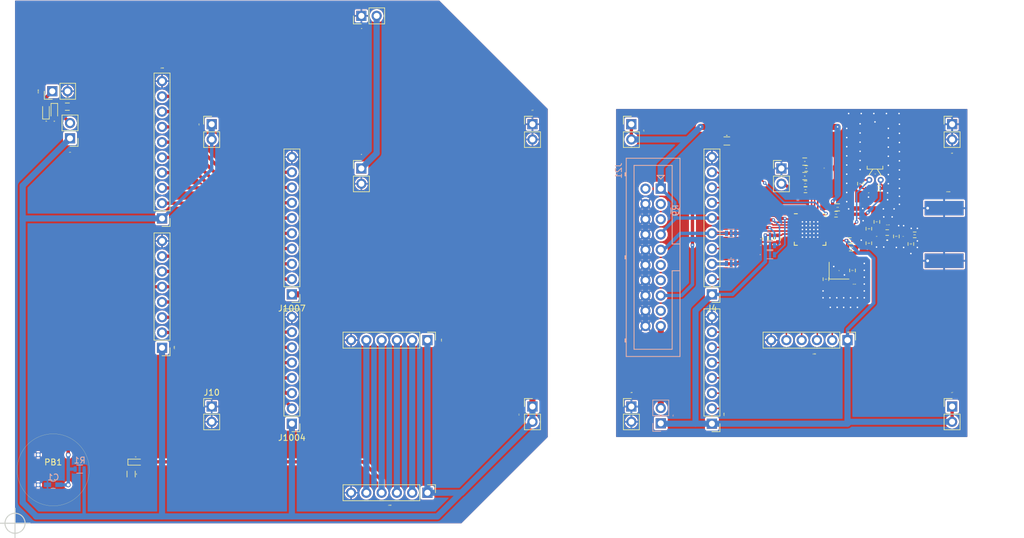
<source format=kicad_pcb>
(kicad_pcb (version 4) (host pcbnew 4.0.5)
  (layers (0 F.Cu signal) (31 B.Cu signal) (34 B.Paste user) (35 F.Paste user) (36 B.SilkS user) (37 F.SilkS user) (38 B.Mask user) (39 F.Mask user) (44 Edge.Cuts user))
  (net 0 "")
  (net 1 GND)
  (net 2 "Net-(4.7uF1-Pad1)")
  (net 3 +3V3)
  (net 4 /32kHz)
  (net 5 "Net-(C8-Pad1)")
  (net 6 /16MHz)
  (net 7 DIO3_O)
  (net 8 ANATEST1_O)
  (net 9 "Net-(D1-Pad1)")
  (net 10 DIO10)
  (net 11 DIO9)
  (net 12 RESET)
  (net 13 +BATT)
  (net 14 DIO4_O)
  (net 15 DIO5_O)
  (net 16 DIO6_O)
  (net 17 DIO7_O)
  (net 18 DIO8_O)
  (net 19 DIO9_O)
  (net 20 DIO10_O)
  (net 21 DIO4)
  (net 22 DIO5)
  (net 23 DIO6)
  (net 24 DIO7)
  (net 25 DIO8)
  (net 26 DIO3)
  (net 27 DIO2)
  (net 28 DIO1)
  (net 29 DIO0)
  (net 30 DIO14)
  (net 31 ANATEST1)
  (net 32 ADC1)
  (net 33 ADC2)
  (net 34 DIO13)
  (net 35 DIO12)
  (net 36 DIO11)
  (net 37 "Net-(C5-Pad1)")
  (net 38 "Net-(C13-Pad2)")
  (net 39 "Net-(C14-Pad1)")
  (net 40 "Net-(C15-Pad1)")
  (net 41 "Net-(C16-Pad2)")
  (net 42 "Net-(C17-Pad1)")
  (net 43 "Net-(C18-Pad1)")
  (net 44 "Net-(C19-Pad2)")
  (net 45 "Net-(C20-Pad1)")
  (net 46 "Net-(C22-Pad2)")
  (net 47 "Net-(D2-Pad2)")
  (net 48 DIO11_O)
  (net 49 DIO12_O)
  (net 50 DIO13_O)
  (net 51 "Net-(J5-Pad1)")
  (net 52 ADC2_O)
  (net 53 ADC1_O)
  (net 54 DIO14_O)
  (net 55 DIO0_O)
  (net 56 DIO1_O)
  (net 57 DIO2_O)
  (net 58 "Net-(J21-Pad2)")
  (net 59 "Net-(J21-Pad3)")
  (net 60 "Net-(J21-Pad5)")
  (net 61 "Net-(J21-Pad11)")
  (net 62 "Net-(J21-Pad13)")
  (net 63 "Net-(J21-Pad17)")
  (net 64 "Net-(J21-Pad19)")
  (net 65 "Net-(L1-Pad2)")
  (net 66 "Net-(BT1001-Pad1)")
  (net 67 "Net-(AE1001-Pad1)")
  (module Miscellaneous:Via_Stitch_Dia0.356mm_Drill0.254mm (layer F.Cu) (at 225.552 115.57)
    (fp_text reference REF** hide)
    (fp_text value Via_Stitch_Dia0.356mm_Drill0.254mm)
    (pad 1 thru_hole circle (at 0 0) (size 0.356 0.356) (drill 0.254) (layers *.Cu) (net 1 GND))
  )
  (module Miscellaneous:Via_Stitch_Dia0.356mm_Drill0.254mm (layer F.Cu) (at 224.409 115.57)
    (fp_text reference REF** hide)
    (fp_text value Via_Stitch_Dia0.356mm_Drill0.254mm)
    (pad 1 thru_hole circle (at 0 0) (size 0.356 0.356) (drill 0.254) (layers *.Cu) (net 1 GND))
  )
  (module Miscellaneous:Via_Stitch_Dia0.356mm_Drill0.254mm (layer F.Cu) (at 223.266 115.57)
    (fp_text reference REF** hide)
    (fp_text value Via_Stitch_Dia0.356mm_Drill0.254mm)
    (pad 1 thru_hole circle (at 0 0) (size 0.356 0.356) (drill 0.254) (layers *.Cu) (net 1 GND))
  )
  (module Miscellaneous:Via_Stitch_Dia0.356mm_Drill0.254mm (layer F.Cu) (at 222.1865 115.57)
    (fp_text reference REF** hide)
    (fp_text value Via_Stitch_Dia0.356mm_Drill0.254mm)
    (pad 1 thru_hole circle (at 0 0) (size 0.356 0.356) (drill 0.254) (layers *.Cu) (net 1 GND))
  )
  (module Miscellaneous:Via_Stitch_Dia0.356mm_Drill0.254mm (layer F.Cu) (at 221.0435 115.57)
    (fp_text reference REF** hide)
    (fp_text value Via_Stitch_Dia0.356mm_Drill0.254mm)
    (pad 1 thru_hole circle (at 0 0) (size 0.356 0.356) (drill 0.254) (layers *.Cu) (net 1 GND))
  )
  (module Miscellaneous:Via_Stitch_Dia0.356mm_Drill0.254mm (layer F.Cu) (at 226.187 104.394)
    (fp_text reference REF** hide)
    (fp_text value Via_Stitch_Dia0.356mm_Drill0.254mm)
    (pad 1 thru_hole circle (at 0 0) (size 0.356 0.356) (drill 0.254) (layers *.Cu) (net 1 GND))
  )
  (module Miscellaneous:Via_Stitch_Dia0.356mm_Drill0.254mm (layer F.Cu) (at 229.9335 105.537)
    (fp_text reference REF** hide)
    (fp_text value Via_Stitch_Dia0.356mm_Drill0.254mm)
    (pad 1 thru_hole circle (at 0 0) (size 0.356 0.356) (drill 0.254) (layers *.Cu) (net 1 GND))
  )
  (module Miscellaneous:Via_Stitch_Dia0.356mm_Drill0.254mm (layer F.Cu) (at 226.5045 101.1555)
    (fp_text reference REF** hide)
    (fp_text value Via_Stitch_Dia0.356mm_Drill0.254mm)
    (pad 1 thru_hole circle (at 0 0) (size 0.356 0.356) (drill 0.254) (layers *.Cu) (net 1 GND))
  )
  (module Miscellaneous:Via_Stitch_Dia0.356mm_Drill0.254mm (layer F.Cu) (at 229.9335 100.5205)
    (fp_text reference REF** hide)
    (fp_text value Via_Stitch_Dia0.356mm_Drill0.254mm)
    (pad 1 thru_hole circle (at 0 0) (size 0.356 0.356) (drill 0.254) (layers *.Cu) (net 1 GND))
  )
  (module Miscellaneous:Via_Stitch_Dia0.356mm_Drill0.254mm (layer F.Cu) (at 231.3305 100.5205)
    (fp_text reference REF** hide)
    (fp_text value Via_Stitch_Dia0.356mm_Drill0.254mm)
    (pad 1 thru_hole circle (at 0 0) (size 0.356 0.356) (drill 0.254) (layers *.Cu) (net 1 GND))
  )
  (module Miscellaneous:Via_Stitch_Dia0.356mm_Drill0.254mm (layer F.Cu) (at 232.41 101.981)
    (fp_text reference REF** hide)
    (fp_text value Via_Stitch_Dia0.356mm_Drill0.254mm)
    (pad 1 thru_hole circle (at 0 0) (size 0.356 0.356) (drill 0.254) (layers *.Cu) (net 1 GND))
  )
  (module Miscellaneous:Via_Stitch_Dia0.356mm_Drill0.254mm (layer F.Cu) (at 233.2355 101.981)
    (fp_text reference REF** hide)
    (fp_text value Via_Stitch_Dia0.356mm_Drill0.254mm)
    (pad 1 thru_hole circle (at 0 0) (size 0.356 0.356) (drill 0.254) (layers *.Cu) (net 1 GND))
  )
  (module Miscellaneous:Via_Stitch_Dia0.356mm_Drill0.254mm (layer F.Cu) (at 234.442 106.6165)
    (fp_text reference REF** hide)
    (fp_text value Via_Stitch_Dia0.356mm_Drill0.254mm)
    (pad 1 thru_hole circle (at 0 0) (size 0.356 0.356) (drill 0.254) (layers *.Cu) (net 1 GND))
  )
  (module Miscellaneous:Via_Stitch_Dia0.356mm_Drill0.254mm (layer F.Cu) (at 235.5215 105.6005)
    (fp_text reference REF** hide)
    (fp_text value Via_Stitch_Dia0.356mm_Drill0.254mm)
    (pad 1 thru_hole circle (at 0 0) (size 0.356 0.356) (drill 0.254) (layers *.Cu) (net 1 GND))
  )
  (module Miscellaneous:Via_Stitch_Dia0.356mm_Drill0.254mm (layer F.Cu) (at 234.5055 102.4255)
    (fp_text reference REF** hide)
    (fp_text value Via_Stitch_Dia0.356mm_Drill0.254mm)
    (pad 1 thru_hole circle (at 0 0) (size 0.356 0.356) (drill 0.254) (layers *.Cu) (net 1 GND))
  )
  (module Miscellaneous:Via_Stitch_Dia0.356mm_Drill0.254mm (layer F.Cu) (at 235.5215 102.4255)
    (fp_text reference REF** hide)
    (fp_text value Via_Stitch_Dia0.356mm_Drill0.254mm)
    (pad 1 thru_hole circle (at 0 0) (size 0.356 0.356) (drill 0.254) (layers *.Cu) (net 1 GND))
  )
  (module Miscellaneous:Via_Stitch_Dia0.356mm_Drill0.254mm (layer F.Cu) (at 235.5215 104.521)
    (fp_text reference REF** hide)
    (fp_text value Via_Stitch_Dia0.356mm_Drill0.254mm)
    (pad 1 thru_hole circle (at 0 0) (size 0.356 0.356) (drill 0.254) (layers *.Cu) (net 1 GND))
  )
  (module Miscellaneous:Via_Stitch_Dia0.356mm_Drill0.254mm (layer F.Cu) (at 233.2355 105.6005)
    (fp_text reference REF** hide)
    (fp_text value Via_Stitch_Dia0.356mm_Drill0.254mm)
    (pad 1 thru_hole circle (at 0 0) (size 0.356 0.356) (drill 0.254) (layers *.Cu) (net 1 GND))
  )
  (module Miscellaneous:Via_Stitch_Dia0.356mm_Drill0.254mm (layer F.Cu) (at 232.029 105.6005)
    (fp_text reference REF** hide)
    (fp_text value Via_Stitch_Dia0.356mm_Drill0.254mm)
    (pad 1 thru_hole circle (at 0 0) (size 0.356 0.356) (drill 0.254) (layers *.Cu) (net 1 GND))
  )
  (module Miscellaneous:Via_Stitch_Dia0.356mm_Drill0.254mm (layer F.Cu) (at 230.505 104.394)
    (fp_text reference REF** hide)
    (fp_text value Via_Stitch_Dia0.356mm_Drill0.254mm)
    (pad 1 thru_hole circle (at 0 0) (size 0.356 0.356) (drill 0.254) (layers *.Cu) (net 1 GND))
  )
  (module Miscellaneous:Via_Stitch_Dia0.356mm_Drill0.254mm (layer F.Cu) (at 228.727 105.537)
    (fp_text reference REF** hide)
    (fp_text value Via_Stitch_Dia0.356mm_Drill0.254mm)
    (pad 1 thru_hole circle (at 0 0) (size 0.356 0.356) (drill 0.254) (layers *.Cu) (net 1 GND))
  )
  (module Miscellaneous:Molex_SMA_Jack_Edge_Mount (layer F.Cu) (at 238.9505 103.4415 180)
    (fp_text reference AE1001 (at -1.72 7.11 180) (layer F.SilkS) (effects (font (size 0.127 0.127) (thickness 0.03175))))
    (fp_text value AntennaSMA)
    (pad 1 smd rect (at -1.72 0 180) (size 5.08 2.29) (layers F.Cu F.Paste F.Mask) (net 67 "Net-(AE1001-Pad1)"))
    (pad 2 smd rect (at -1.02 -4.38 180) (size 6.48 2.42) (layers F.Cu F.Paste F.Mask) (net 1 GND))
    (pad 2 smd rect (at -1.02 4.38 180) (size 6.48 2.42) (layers F.Cu F.Paste F.Mask) (net 1 GND))
    (pad 2 smd rect (at -1.02 -4.38 180) (size 6.48 2.42) (layers B.Cu B.Paste B.Mask) (net 1 GND))
    (pad 2 smd rect (at -1.02 4.38 180) (size 6.48 2.42) (layers B.Cu B.Paste B.Mask) (net 1 GND))
    (pad 2 thru_hole circle (at 1.72 -4.38 180) (size 0.97 0.97) (drill 0.46) (layers *.Cu) (net 1 GND))
    (pad 2 thru_hole circle (at 1.72 4.38 180) (size 0.97 0.97) (drill 0.46) (layers *.Cu) (net 1 GND))
  )
  (module Miscellaneous:Via_Stitch_Dia0.356mm_Drill0.254mm (layer B.Cu) (at 223.393 110.1725)
    (fp_text reference REF** hide)
    (fp_text value Via_Stitch_Dia0.356mm_Drill0.254mm)
    (pad 1 thru_hole circle (at 0 0) (size 0.356 0.356) (drill 0.254) (layers *.Cu) (net 1 GND))
  )
  (module Miscellaneous:Via_Stitch_Dia0.356mm_Drill0.254mm (layer B.Cu) (at 221.615 108.7755)
    (fp_text reference REF** hide)
    (fp_text value Via_Stitch_Dia0.356mm_Drill0.254mm)
    (pad 1 thru_hole circle (at 0 0) (size 0.356 0.356) (drill 0.254) (layers *.Cu) (net 1 GND))
  )
  (module Miscellaneous:Via_Stitch_Dia0.356mm_Drill0.254mm (layer B.Cu) (at 219.837 112.8395)
    (fp_text reference REF** hide)
    (fp_text value Via_Stitch_Dia0.356mm_Drill0.254mm)
    (pad 1 thru_hole circle (at 0 0) (size 0.356 0.356) (drill 0.254) (layers *.Cu) (net 1 GND))
  )
  (module Miscellaneous:Via_Stitch_Dia0.356mm_Drill0.254mm (layer B.Cu) (at 226.695 108.2675)
    (fp_text reference REF** hide)
    (fp_text value Via_Stitch_Dia0.356mm_Drill0.254mm)
    (pad 1 thru_hole circle (at 0 0) (size 0.356 0.356) (drill 0.254) (layers *.Cu) (net 1 GND))
  )
  (module Miscellaneous:Via_Stitch_Dia0.356mm_Drill0.254mm (layer B.Cu) (at 226.695 109.4105)
    (fp_text reference REF** hide)
    (fp_text value Via_Stitch_Dia0.356mm_Drill0.254mm)
    (pad 1 thru_hole circle (at 0 0) (size 0.356 0.356) (drill 0.254) (layers *.Cu) (net 1 GND))
  )
  (module Miscellaneous:Via_Stitch_Dia0.356mm_Drill0.254mm (layer B.Cu) (at 226.695 110.5535)
    (fp_text reference REF** hide)
    (fp_text value Via_Stitch_Dia0.356mm_Drill0.254mm)
    (pad 1 thru_hole circle (at 0 0) (size 0.356 0.356) (drill 0.254) (layers *.Cu) (net 1 GND))
  )
  (module Miscellaneous:Via_Stitch_Dia0.356mm_Drill0.254mm (layer B.Cu) (at 226.695 111.6965)
    (fp_text reference REF** hide)
    (fp_text value Via_Stitch_Dia0.356mm_Drill0.254mm)
    (pad 1 thru_hole circle (at 0 0) (size 0.356 0.356) (drill 0.254) (layers *.Cu) (net 1 GND))
  )
  (module Miscellaneous:Via_Stitch_Dia0.356mm_Drill0.254mm (layer B.Cu) (at 226.695 112.8395)
    (fp_text reference REF** hide)
    (fp_text value Via_Stitch_Dia0.356mm_Drill0.254mm)
    (pad 1 thru_hole circle (at 0 0) (size 0.356 0.356) (drill 0.254) (layers *.Cu) (net 1 GND))
  )
  (module Miscellaneous:Via_Stitch_Dia0.356mm_Drill0.254mm (layer B.Cu) (at 226.695 113.9825)
    (fp_text reference REF** hide)
    (fp_text value Via_Stitch_Dia0.356mm_Drill0.254mm)
    (pad 1 thru_hole circle (at 0 0) (size 0.356 0.356) (drill 0.254) (layers *.Cu) (net 1 GND))
  )
  (module Miscellaneous:Via_Stitch_Dia0.356mm_Drill0.254mm (layer B.Cu) (at 225.552 113.9825)
    (fp_text reference REF** hide)
    (fp_text value Via_Stitch_Dia0.356mm_Drill0.254mm)
    (pad 1 thru_hole circle (at 0 0) (size 0.356 0.356) (drill 0.254) (layers *.Cu) (net 1 GND))
  )
  (module Miscellaneous:Via_Stitch_Dia0.356mm_Drill0.254mm (layer B.Cu) (at 224.409 113.9825)
    (fp_text reference REF** hide)
    (fp_text value Via_Stitch_Dia0.356mm_Drill0.254mm)
    (pad 1 thru_hole circle (at 0 0) (size 0.356 0.356) (drill 0.254) (layers *.Cu) (net 1 GND))
  )
  (module Miscellaneous:Via_Stitch_Dia0.356mm_Drill0.254mm (layer B.Cu) (at 223.266 113.9825)
    (fp_text reference REF** hide)
    (fp_text value Via_Stitch_Dia0.356mm_Drill0.254mm)
    (pad 1 thru_hole circle (at 0 0) (size 0.356 0.356) (drill 0.254) (layers *.Cu) (net 1 GND))
  )
  (module Miscellaneous:Via_Stitch_Dia0.356mm_Drill0.254mm (layer B.Cu) (at 222.123 113.9825)
    (fp_text reference REF** hide)
    (fp_text value Via_Stitch_Dia0.356mm_Drill0.254mm)
    (pad 1 thru_hole circle (at 0 0) (size 0.356 0.356) (drill 0.254) (layers *.Cu) (net 1 GND))
  )
  (module Miscellaneous:Via_Stitch_Dia0.356mm_Drill0.254mm (layer B.Cu) (at 220.98 113.9825)
    (fp_text reference REF** hide)
    (fp_text value Via_Stitch_Dia0.356mm_Drill0.254mm)
    (pad 1 thru_hole circle (at 0 0) (size 0.356 0.356) (drill 0.254) (layers *.Cu) (net 1 GND))
  )
  (module Miscellaneous:Via_Stitch_Dia0.356mm_Drill0.254mm (layer B.Cu) (at 219.837 113.9825)
    (fp_text reference REF** hide)
    (fp_text value Via_Stitch_Dia0.356mm_Drill0.254mm)
    (pad 1 thru_hole circle (at 0 0) (size 0.356 0.356) (drill 0.254) (layers *.Cu) (net 1 GND))
  )
  (module Miscellaneous:Via_Stitch_Dia0.356mm_Drill0.254mm (layer B.Cu) (at 226.187 83.312)
    (fp_text reference REF** hide)
    (fp_text value Via_Stitch_Dia0.356mm_Drill0.254mm)
    (pad 1 thru_hole circle (at 0 0) (size 0.356 0.356) (drill 0.254) (layers *.Cu) (net 1 GND))
  )
  (module Miscellaneous:Via_Stitch_Dia0.356mm_Drill0.254mm (layer B.Cu) (at 230.378 83.312)
    (fp_text reference REF** hide)
    (fp_text value Via_Stitch_Dia0.356mm_Drill0.254mm)
    (pad 1 thru_hole circle (at 0 0) (size 0.356 0.356) (drill 0.254) (layers *.Cu) (net 1 GND))
  )
  (module Miscellaneous:Via_Stitch_Dia0.356mm_Drill0.254mm (layer B.Cu) (at 228.2825 83.312)
    (fp_text reference REF** hide)
    (fp_text value Via_Stitch_Dia0.356mm_Drill0.254mm)
    (pad 1 thru_hole circle (at 0 0) (size 0.356 0.356) (drill 0.254) (layers *.Cu) (net 1 GND))
  )
  (module Miscellaneous:Via_Stitch_Dia0.356mm_Drill0.254mm (layer B.Cu) (at 224.0915 83.312)
    (fp_text reference REF** hide)
    (fp_text value Via_Stitch_Dia0.356mm_Drill0.254mm)
    (pad 1 thru_hole circle (at 0 0) (size 0.356 0.356) (drill 0.254) (layers *.Cu) (net 1 GND))
  )
  (module Miscellaneous:Via_Stitch_Dia0.356mm_Drill0.254mm (layer B.Cu) (at 232.4735 83.312)
    (fp_text reference REF** hide)
    (fp_text value Via_Stitch_Dia0.356mm_Drill0.254mm)
    (pad 1 thru_hole circle (at 0 0) (size 0.356 0.356) (drill 0.254) (layers *.Cu) (net 1 GND))
  )
  (module Miscellaneous:Via_Stitch_Dia0.356mm_Drill0.254mm (layer B.Cu) (at 232.537 85.09)
    (fp_text reference REF** hide)
    (fp_text value Via_Stitch_Dia0.356mm_Drill0.254mm)
    (pad 1 thru_hole circle (at 0 0) (size 0.356 0.356) (drill 0.254) (layers *.Cu) (net 1 GND))
  )
  (module Miscellaneous:Via_Stitch_Dia0.356mm_Drill0.254mm (layer B.Cu) (at 232.537 86.614)
    (fp_text reference REF** hide)
    (fp_text value Via_Stitch_Dia0.356mm_Drill0.254mm)
    (pad 1 thru_hole circle (at 0 0) (size 0.356 0.356) (drill 0.254) (layers *.Cu) (net 1 GND))
  )
  (module Miscellaneous:Via_Stitch_Dia0.356mm_Drill0.254mm (layer B.Cu) (at 232.537 88.138)
    (fp_text reference REF** hide)
    (fp_text value Via_Stitch_Dia0.356mm_Drill0.254mm)
    (pad 1 thru_hole circle (at 0 0) (size 0.356 0.356) (drill 0.254) (layers *.Cu) (net 1 GND))
  )
  (module Miscellaneous:Via_Stitch_Dia0.356mm_Drill0.254mm (layer B.Cu) (at 232.537 89.662)
    (fp_text reference REF** hide)
    (fp_text value Via_Stitch_Dia0.356mm_Drill0.254mm)
    (pad 1 thru_hole circle (at 0 0) (size 0.356 0.356) (drill 0.254) (layers *.Cu) (net 1 GND))
  )
  (module Miscellaneous:Via_Stitch_Dia0.356mm_Drill0.254mm (layer B.Cu) (at 232.537 91.186)
    (fp_text reference REF** hide)
    (fp_text value Via_Stitch_Dia0.356mm_Drill0.254mm)
    (pad 1 thru_hole circle (at 0 0) (size 0.356 0.356) (drill 0.254) (layers *.Cu) (net 1 GND))
  )
  (module Miscellaneous:Via_Stitch_Dia0.356mm_Drill0.254mm (layer B.Cu) (at 232.537 92.71)
    (fp_text reference REF** hide)
    (fp_text value Via_Stitch_Dia0.356mm_Drill0.254mm)
    (pad 1 thru_hole circle (at 0 0) (size 0.356 0.356) (drill 0.254) (layers *.Cu) (net 1 GND))
  )
  (module Miscellaneous:Via_Stitch_Dia0.356mm_Drill0.254mm (layer B.Cu) (at 232.537 94.234)
    (fp_text reference REF** hide)
    (fp_text value Via_Stitch_Dia0.356mm_Drill0.254mm)
    (pad 1 thru_hole circle (at 0 0) (size 0.356 0.356) (drill 0.254) (layers *.Cu) (net 1 GND))
  )
  (module Miscellaneous:Via_Stitch_Dia0.356mm_Drill0.254mm (layer B.Cu) (at 232.537 95.758)
    (fp_text reference REF** hide)
    (fp_text value Via_Stitch_Dia0.356mm_Drill0.254mm)
    (pad 1 thru_hole circle (at 0 0) (size 0.356 0.356) (drill 0.254) (layers *.Cu) (net 1 GND))
  )
  (module Miscellaneous:Via_Stitch_Dia0.356mm_Drill0.254mm (layer B.Cu) (at 232.537 97.0915)
    (fp_text reference REF** hide)
    (fp_text value Via_Stitch_Dia0.356mm_Drill0.254mm)
    (pad 1 thru_hole circle (at 0 0) (size 0.356 0.356) (drill 0.254) (layers *.Cu) (net 1 GND))
  )
  (module Miscellaneous:Via_Stitch_Dia0.356mm_Drill0.254mm (layer B.Cu) (at 231.648 99.187)
    (fp_text reference REF** hide)
    (fp_text value Via_Stitch_Dia0.356mm_Drill0.254mm)
    (pad 1 thru_hole circle (at 0 0) (size 0.356 0.356) (drill 0.254) (layers *.Cu) (net 1 GND))
  )
  (module Miscellaneous:Via_Stitch_Dia0.356mm_Drill0.254mm (layer B.Cu) (at 232.537 98.425)
    (fp_text reference REF** hide)
    (fp_text value Via_Stitch_Dia0.356mm_Drill0.254mm)
    (pad 1 thru_hole circle (at 0 0) (size 0.356 0.356) (drill 0.254) (layers *.Cu) (net 1 GND))
  )
  (module Miscellaneous:Via_Stitch_Dia0.356mm_Drill0.254mm (layer B.Cu) (at 229.87 99.187)
    (fp_text reference REF** hide)
    (fp_text value Via_Stitch_Dia0.356mm_Drill0.254mm)
    (pad 1 thru_hole circle (at 0 0) (size 0.356 0.356) (drill 0.254) (layers *.Cu) (net 1 GND))
  )
  (module Miscellaneous:Via_Stitch_Dia0.356mm_Drill0.254mm (layer B.Cu) (at 226.441 99.1235)
    (fp_text reference REF** hide)
    (fp_text value Via_Stitch_Dia0.356mm_Drill0.254mm)
    (pad 1 thru_hole circle (at 0 0) (size 0.356 0.356) (drill 0.254) (layers *.Cu) (net 1 GND))
  )
  (module Miscellaneous:Via_Stitch_Dia0.356mm_Drill0.254mm (layer B.Cu) (at 224.0915 99.187)
    (fp_text reference REF** hide)
    (fp_text value Via_Stitch_Dia0.356mm_Drill0.254mm)
    (pad 1 thru_hole circle (at 0 0) (size 0.356 0.356) (drill 0.254) (layers *.Cu) (net 1 GND))
  )
  (module Miscellaneous:Via_Stitch_Dia0.356mm_Drill0.254mm (layer B.Cu) (at 223.774 97.9805)
    (fp_text reference REF** hide)
    (fp_text value Via_Stitch_Dia0.356mm_Drill0.254mm)
    (pad 1 thru_hole circle (at 0 0) (size 0.356 0.356) (drill 0.254) (layers *.Cu) (net 1 GND))
  )
  (module Miscellaneous:Via_Stitch_Dia0.356mm_Drill0.254mm (layer B.Cu) (at 223.774 96.4565)
    (fp_text reference REF** hide)
    (fp_text value Via_Stitch_Dia0.356mm_Drill0.254mm)
    (pad 1 thru_hole circle (at 0 0) (size 0.356 0.356) (drill 0.254) (layers *.Cu) (net 1 GND))
  )
  (module Miscellaneous:Via_Stitch_Dia0.356mm_Drill0.254mm (layer B.Cu) (at 223.774 94.9325)
    (fp_text reference REF** hide)
    (fp_text value Via_Stitch_Dia0.356mm_Drill0.254mm)
    (pad 1 thru_hole circle (at 0 0) (size 0.356 0.356) (drill 0.254) (layers *.Cu) (net 1 GND))
  )
  (module Miscellaneous:Via_Stitch_Dia0.356mm_Drill0.254mm (layer B.Cu) (at 223.774 93.4085)
    (fp_text reference REF** hide)
    (fp_text value Via_Stitch_Dia0.356mm_Drill0.254mm)
    (pad 1 thru_hole circle (at 0 0) (size 0.356 0.356) (drill 0.254) (layers *.Cu) (net 1 GND))
  )
  (module Miscellaneous:Via_Stitch_Dia0.356mm_Drill0.254mm (layer B.Cu) (at 223.774 91.8845)
    (fp_text reference REF** hide)
    (fp_text value Via_Stitch_Dia0.356mm_Drill0.254mm)
    (pad 1 thru_hole circle (at 0 0) (size 0.356 0.356) (drill 0.254) (layers *.Cu) (net 1 GND))
  )
  (module Miscellaneous:Via_Stitch_Dia0.356mm_Drill0.254mm (layer B.Cu) (at 223.774 90.3605)
    (fp_text reference REF** hide)
    (fp_text value Via_Stitch_Dia0.356mm_Drill0.254mm)
    (pad 1 thru_hole circle (at 0 0) (size 0.356 0.356) (drill 0.254) (layers *.Cu) (net 1 GND))
  )
  (module Miscellaneous:Via_Stitch_Dia0.356mm_Drill0.254mm (layer B.Cu) (at 223.774 88.8365)
    (fp_text reference REF** hide)
    (fp_text value Via_Stitch_Dia0.356mm_Drill0.254mm)
    (pad 1 thru_hole circle (at 0 0) (size 0.356 0.356) (drill 0.254) (layers *.Cu) (net 1 GND))
  )
  (module Miscellaneous:Via_Stitch_Dia0.356mm_Drill0.254mm (layer B.Cu) (at 223.774 87.3125)
    (fp_text reference REF** hide)
    (fp_text value Via_Stitch_Dia0.356mm_Drill0.254mm)
    (pad 1 thru_hole circle (at 0 0) (size 0.356 0.356) (drill 0.254) (layers *.Cu) (net 1 GND))
  )
  (module Miscellaneous:Via_Stitch_Dia0.356mm_Drill0.254mm (layer B.Cu) (at 223.774 85.7885)
    (fp_text reference REF** hide)
    (fp_text value Via_Stitch_Dia0.356mm_Drill0.254mm)
    (pad 1 thru_hole circle (at 0 0) (size 0.356 0.356) (drill 0.254) (layers *.Cu) (net 1 GND))
  )
  (module Miscellaneous:Via_Stitch_Dia0.356mm_Drill0.254mm (layer B.Cu) (at 225.9965 92.6465)
    (fp_text reference REF** hide)
    (fp_text value Via_Stitch_Dia0.356mm_Drill0.254mm)
    (pad 1 thru_hole circle (at 0 0) (size 0.356 0.356) (drill 0.254) (layers *.Cu) (net 1 GND))
  )
  (module Miscellaneous:Via_Stitch_Dia0.356mm_Drill0.254mm (layer B.Cu) (at 225.9965 91.1225)
    (fp_text reference REF** hide)
    (fp_text value Via_Stitch_Dia0.356mm_Drill0.254mm)
    (pad 1 thru_hole circle (at 0 0) (size 0.356 0.356) (drill 0.254) (layers *.Cu) (net 1 GND))
  )
  (module Miscellaneous:Via_Stitch_Dia0.356mm_Drill0.254mm (layer B.Cu) (at 225.9965 89.5985)
    (fp_text reference REF** hide)
    (fp_text value Via_Stitch_Dia0.356mm_Drill0.254mm)
    (pad 1 thru_hole circle (at 0 0) (size 0.356 0.356) (drill 0.254) (layers *.Cu) (net 1 GND))
  )
  (module Miscellaneous:Via_Stitch_Dia0.356mm_Drill0.254mm (layer B.Cu) (at 225.9965 88.0745)
    (fp_text reference REF** hide)
    (fp_text value Via_Stitch_Dia0.356mm_Drill0.254mm)
    (pad 1 thru_hole circle (at 0 0) (size 0.356 0.356) (drill 0.254) (layers *.Cu) (net 1 GND))
  )
  (module Miscellaneous:Via_Stitch_Dia0.356mm_Drill0.254mm (layer B.Cu) (at 225.9965 86.5505)
    (fp_text reference REF** hide)
    (fp_text value Via_Stitch_Dia0.356mm_Drill0.254mm)
    (pad 1 thru_hole circle (at 0 0) (size 0.356 0.356) (drill 0.254) (layers *.Cu) (net 1 GND))
  )
  (module Miscellaneous:Via_Stitch_Dia0.356mm_Drill0.254mm (layer B.Cu) (at 225.9965 85.0265)
    (fp_text reference REF** hide)
    (fp_text value Via_Stitch_Dia0.356mm_Drill0.254mm)
    (pad 1 thru_hole circle (at 0 0) (size 0.356 0.356) (drill 0.254) (layers *.Cu) (net 1 GND))
  )
  (module Miscellaneous:Via_Stitch_Dia0.356mm_Drill0.254mm (layer B.Cu) (at 228.473 84.709)
    (fp_text reference REF** hide)
    (fp_text value Via_Stitch_Dia0.356mm_Drill0.254mm)
    (pad 1 thru_hole circle (at 0 0) (size 0.356 0.356) (drill 0.254) (layers *.Cu) (net 1 GND))
  )
  (module Miscellaneous:Via_Stitch_Dia0.356mm_Drill0.254mm (layer B.Cu) (at 230.6955 85.7885)
    (fp_text reference REF** hide)
    (fp_text value Via_Stitch_Dia0.356mm_Drill0.254mm)
    (pad 1 thru_hole circle (at 0 0) (size 0.356 0.356) (drill 0.254) (layers *.Cu) (net 1 GND))
  )
  (module Miscellaneous:Via_Stitch_Dia0.356mm_Drill0.254mm (layer B.Cu) (at 230.6955 87.376)
    (fp_text reference REF** hide)
    (fp_text value Via_Stitch_Dia0.356mm_Drill0.254mm)
    (pad 1 thru_hole circle (at 0 0) (size 0.356 0.356) (drill 0.254) (layers *.Cu) (net 1 GND))
  )
  (module Miscellaneous:Via_Stitch_Dia0.356mm_Drill0.254mm (layer B.Cu) (at 230.6955 88.9)
    (fp_text reference REF** hide)
    (fp_text value Via_Stitch_Dia0.356mm_Drill0.254mm)
    (pad 1 thru_hole circle (at 0 0) (size 0.356 0.356) (drill 0.254) (layers *.Cu) (net 1 GND))
  )
  (module Miscellaneous:Via_Stitch_Dia0.356mm_Drill0.254mm (layer B.Cu) (at 230.6955 90.424)
    (fp_text reference REF** hide)
    (fp_text value Via_Stitch_Dia0.356mm_Drill0.254mm)
    (pad 1 thru_hole circle (at 0 0) (size 0.356 0.356) (drill 0.254) (layers *.Cu) (net 1 GND))
  )
  (module Miscellaneous:Via_Stitch_Dia0.356mm_Drill0.254mm (layer B.Cu) (at 230.6955 91.948)
    (fp_text reference REF** hide)
    (fp_text value Via_Stitch_Dia0.356mm_Drill0.254mm)
    (pad 1 thru_hole circle (at 0 0) (size 0.356 0.356) (drill 0.254) (layers *.Cu) (net 1 GND))
  )
  (module Miscellaneous:Via_Stitch_Dia0.356mm_Drill0.254mm (layer B.Cu) (at 227.3935 97.2185)
    (fp_text reference REF** hide)
    (fp_text value Via_Stitch_Dia0.356mm_Drill0.254mm)
    (pad 1 thru_hole circle (at 0 0) (size 0.356 0.356) (drill 0.254) (layers *.Cu) (net 1 GND))
  )
  (module Miscellaneous:Via_Stitch_Dia0.356mm_Drill0.254mm (layer F.Cu) (at 230.6955 93.472)
    (fp_text reference REF** hide)
    (fp_text value Via_Stitch_Dia0.356mm_Drill0.254mm)
    (pad 1 thru_hole circle (at 0 0) (size 0.356 0.356) (drill 0.254) (layers *.Cu) (net 1 GND))
  )
  (module Miscellaneous:Via_Stitch_Dia0.356mm_Drill0.254mm (layer F.Cu) (at 230.6955 94.996)
    (fp_text reference REF** hide)
    (fp_text value Via_Stitch_Dia0.356mm_Drill0.254mm)
    (pad 1 thru_hole circle (at 0 0) (size 0.356 0.356) (drill 0.254) (layers *.Cu) (net 1 GND))
  )
  (module Miscellaneous:Via_Stitch_Dia0.356mm_Drill0.254mm (layer F.Cu) (at 230.5685 96.52)
    (fp_text reference REF** hide)
    (fp_text value Via_Stitch_Dia0.356mm_Drill0.254mm)
    (pad 1 thru_hole circle (at 0 0) (size 0.356 0.356) (drill 0.254) (layers *.Cu) (net 1 GND))
  )
  (module Miscellaneous:Via_Stitch_Dia0.356mm_Drill0.254mm (layer F.Cu) (at 230.5685 97.663)
    (fp_text reference REF** hide)
    (fp_text value Via_Stitch_Dia0.356mm_Drill0.254mm)
    (pad 1 thru_hole circle (at 0 0) (size 0.356 0.356) (drill 0.254) (layers *.Cu) (net 1 GND))
  )
  (module Miscellaneous:Via_Stitch_Dia0.356mm_Drill0.254mm (layer F.Cu) (at 218.948 103.886)
    (fp_text reference REF** hide)
    (fp_text value Via_Stitch_Dia0.356mm_Drill0.254mm)
    (pad 1 thru_hole circle (at 0 0) (size 0.356 0.356) (drill 0.254) (layers *.Cu) (net 1 GND))
  )
  (module Miscellaneous:Via_Stitch_Dia0.356mm_Drill0.254mm (layer F.Cu) (at 218.313 103.886)
    (fp_text reference REF** hide)
    (fp_text value Via_Stitch_Dia0.356mm_Drill0.254mm)
    (pad 1 thru_hole circle (at 0 0) (size 0.356 0.356) (drill 0.254) (layers *.Cu) (net 1 GND))
  )
  (module Miscellaneous:Via_Stitch_Dia0.356mm_Drill0.254mm (layer F.Cu) (at 217.678 103.886)
    (fp_text reference REF** hide)
    (fp_text value Via_Stitch_Dia0.356mm_Drill0.254mm)
    (pad 1 thru_hole circle (at 0 0) (size 0.356 0.356) (drill 0.254) (layers *.Cu) (net 1 GND))
  )
  (module Miscellaneous:Via_Stitch_Dia0.356mm_Drill0.254mm (layer F.Cu) (at 217.043 103.886)
    (fp_text reference REF** hide)
    (fp_text value Via_Stitch_Dia0.356mm_Drill0.254mm)
    (pad 1 thru_hole circle (at 0 0) (size 0.356 0.356) (drill 0.254) (layers *.Cu) (net 1 GND))
  )
  (module Miscellaneous:Via_Stitch_Dia0.356mm_Drill0.254mm (layer F.Cu) (at 216.408 103.886)
    (fp_text reference REF** hide)
    (fp_text value Via_Stitch_Dia0.356mm_Drill0.254mm)
    (pad 1 thru_hole circle (at 0 0) (size 0.356 0.356) (drill 0.254) (layers *.Cu) (net 1 GND))
  )
  (module uCs:STBNRG1 (layer F.Cu) (at 217.678 102.616)
    (fp_text reference U1 (at 0.00508 -0.9652) (layer F.SilkS) (effects (font (size 0.127 0.127) (thickness 0.03175))))
    (fp_text value STBlueNRG-1)
    (pad 1 smd rect (at -2.4638 -1.75) (size 0.8255 0.254) (layers F.Cu F.Paste F.Mask) (net 10 DIO10))
    (pad 2 smd rect (at -2.4638 -1.25) (size 0.8255 0.254) (layers F.Cu F.Paste F.Mask) (net 11 DIO9))
    (pad 3 smd rect (at -2.4638 -0.75) (size 0.8255 0.254) (layers F.Cu F.Paste F.Mask) (net 25 DIO8))
    (pad 4 smd rect (at -2.4638 -0.25) (size 0.8255 0.254) (layers F.Cu F.Paste F.Mask) (net 24 DIO7))
    (pad 5 smd rect (at -2.4638 0.25) (size 0.8255 0.254) (layers F.Cu F.Paste F.Mask) (net 23 DIO6))
    (pad 6 smd rect (at -2.4638 0.75) (size 0.8255 0.254) (layers F.Cu F.Paste F.Mask) (net 3 +3V3))
    (pad 7 smd rect (at -2.4638 1.25) (size 0.8255 0.254) (layers F.Cu F.Paste F.Mask) (net 22 DIO5))
    (pad 8 smd rect (at -2.4638 1.75) (size 0.8255 0.254) (layers F.Cu F.Paste F.Mask) (net 21 DIO4))
    (pad 9 smd rect (at -1.75 2.4638 90) (size 0.8255 0.254) (layers F.Cu F.Paste F.Mask) (net 26 DIO3))
    (pad 10 smd rect (at -1.25 2.4638 90) (size 0.8255 0.254) (layers F.Cu F.Paste F.Mask) (net 27 DIO2))
    (pad 11 smd rect (at -0.75 2.4638 90) (size 0.8255 0.254) (layers F.Cu F.Paste F.Mask) (net 28 DIO1))
    (pad 12 smd rect (at -0.25 2.4638 90) (size 0.8255 0.254) (layers F.Cu F.Paste F.Mask) (net 29 DIO0))
    (pad 13 smd rect (at 0.25 2.4638 90) (size 0.8255 0.254) (layers F.Cu F.Paste F.Mask) (net 30 DIO14))
    (pad 14 smd rect (at 0.75 2.4638 90) (size 0.8255 0.254) (layers F.Cu F.Paste F.Mask) (net 31 ANATEST1))
    (pad 15 smd rect (at 1.25 2.4638 90) (size 0.8255 0.254) (layers F.Cu F.Paste F.Mask) (net 32 ADC1))
    (pad 16 smd rect (at 1.75 2.4638 90) (size 0.8255 0.254) (layers F.Cu F.Paste F.Mask) (net 33 ADC2))
    (pad 17 smd rect (at 2.4638 1.75) (size 0.8255 0.254) (layers F.Cu F.Paste F.Mask) (net 38 "Net-(C13-Pad2)"))
    (pad 18 smd rect (at 2.4638 1.25) (size 0.8255 0.254) (layers F.Cu F.Paste F.Mask) (net 6 /16MHz))
    (pad 19 smd rect (at 2.4638 0.75) (size 0.8255 0.254) (layers F.Cu F.Paste F.Mask) (net 3 +3V3))
    (pad 20 smd rect (at 2.4638 0.25) (size 0.8255 0.254) (layers F.Cu F.Paste F.Mask) (net 43 "Net-(C18-Pad1)"))
    (pad 21 smd rect (at 2.4638 -0.25) (size 0.8255 0.254) (layers F.Cu F.Paste F.Mask) (net 42 "Net-(C17-Pad1)"))
    (pad 22 smd rect (at 2.4638 -0.75) (size 0.8255 0.254) (layers F.Cu F.Paste F.Mask) (net 41 "Net-(C16-Pad2)"))
    (pad 23 smd rect (at 2.4638 -1.25) (size 0.8255 0.254) (layers F.Cu F.Paste F.Mask) (net 4 /32kHz))
    (pad 24 smd rect (at 2.4638 -1.75) (size 0.8255 0.254) (layers F.Cu F.Paste F.Mask) (net 3 +3V3))
    (pad 25 smd rect (at 1.75 -2.4638 90) (size 0.8255 0.254) (layers F.Cu F.Paste F.Mask) (net 12 RESET))
    (pad 26 smd rect (at 1.25 -2.4638 90) (size 0.8255 0.254) (layers F.Cu F.Paste F.Mask) (net 65 "Net-(L1-Pad2)"))
    (pad 27 smd rect (at 0.75 -2.4638 90) (size 0.8255 0.254) (layers F.Cu F.Paste F.Mask) (net 5 "Net-(C8-Pad1)"))
    (pad 28 smd rect (at 0.25 -2.4638 90) (size 0.8255 0.254) (layers F.Cu F.Paste F.Mask) (net 37 "Net-(C5-Pad1)"))
    (pad 29 smd rect (at -0.25 -2.4638 90) (size 0.8255 0.254) (layers F.Cu F.Paste F.Mask) (net 34 DIO13))
    (pad 30 smd rect (at -0.75 -2.4638 90) (size 0.8255 0.254) (layers F.Cu F.Paste F.Mask) (net 35 DIO12))
    (pad 31 smd rect (at -1.27 -2.2352 90) (size 1.27 0.254) (layers F.Cu F.Paste F.Mask) (net 1 GND))
    (pad 32 smd rect (at -1.75 -2.4638 90) (size 0.8255 0.254) (layers F.Cu F.Paste F.Mask) (net 36 DIO11))
    (pad 33 smd rect (at 0.8625 0.8625) (size 1.725 1.725) (layers F.Cu F.Paste F.Mask) (net 1 GND))
    (pad 33 smd rect (at 0.8625 -0.8625) (size 1.725 1.725) (layers F.Cu F.Paste F.Mask) (net 1 GND))
    (pad 33 smd rect (at -0.8625 0.8625) (size 1.725 1.725) (layers F.Cu F.Paste F.Mask) (net 1 GND))
    (pad 33 smd rect (at -0.8625 -0.8625) (size 1.725 1.725) (layers F.Cu F.Paste F.Mask) (net 1 GND))
  )
  (module Miscellaneous:Via_Stitch_Dia0.356mm_Drill0.254mm (layer F.Cu) (at 216.408 103.251)
    (fp_text reference REF** hide)
    (fp_text value Via_Stitch_Dia0.356mm_Drill0.254mm)
    (pad 1 thru_hole circle (at 0 0) (size 0.356 0.356) (drill 0.254) (layers *.Cu) (net 1 GND))
  )
  (module Miscellaneous:Via_Stitch_Dia0.356mm_Drill0.254mm (layer F.Cu) (at 217.043 103.251)
    (fp_text reference REF** hide)
    (fp_text value Via_Stitch_Dia0.356mm_Drill0.254mm)
    (pad 1 thru_hole circle (at 0 0) (size 0.356 0.356) (drill 0.254) (layers *.Cu) (net 1 GND))
  )
  (module Miscellaneous:Via_Stitch_Dia0.356mm_Drill0.254mm (layer F.Cu) (at 217.678 103.251)
    (fp_text reference REF** hide)
    (fp_text value Via_Stitch_Dia0.356mm_Drill0.254mm)
    (pad 1 thru_hole circle (at 0 0) (size 0.356 0.356) (drill 0.254) (layers *.Cu) (net 1 GND))
  )
  (module Miscellaneous:Via_Stitch_Dia0.356mm_Drill0.254mm (layer F.Cu) (at 218.313 103.251)
    (fp_text reference REF** hide)
    (fp_text value Via_Stitch_Dia0.356mm_Drill0.254mm)
    (pad 1 thru_hole circle (at 0 0) (size 0.356 0.356) (drill 0.254) (layers *.Cu) (net 1 GND))
  )
  (module Miscellaneous:Via_Stitch_Dia0.356mm_Drill0.254mm (layer F.Cu) (at 218.948 103.251)
    (fp_text reference REF** hide)
    (fp_text value Via_Stitch_Dia0.356mm_Drill0.254mm)
    (pad 1 thru_hole circle (at 0 0) (size 0.356 0.356) (drill 0.254) (layers *.Cu) (net 1 GND))
  )
  (module Miscellaneous:Via_Stitch_Dia0.356mm_Drill0.254mm (layer F.Cu) (at 218.948 102.616)
    (fp_text reference REF** hide)
    (fp_text value Via_Stitch_Dia0.356mm_Drill0.254mm)
    (pad 1 thru_hole circle (at 0 0) (size 0.356 0.356) (drill 0.254) (layers *.Cu) (net 1 GND))
  )
  (module Miscellaneous:Via_Stitch_Dia0.356mm_Drill0.254mm (layer F.Cu) (at 218.313 102.616)
    (fp_text reference REF** hide)
    (fp_text value Via_Stitch_Dia0.356mm_Drill0.254mm)
    (pad 1 thru_hole circle (at 0 0) (size 0.356 0.356) (drill 0.254) (layers *.Cu) (net 1 GND))
  )
  (module Miscellaneous:Via_Stitch_Dia0.356mm_Drill0.254mm (layer F.Cu) (at 217.678 102.616)
    (fp_text reference REF** hide)
    (fp_text value Via_Stitch_Dia0.356mm_Drill0.254mm)
    (pad 1 thru_hole circle (at 0 0) (size 0.356 0.356) (drill 0.254) (layers *.Cu) (net 1 GND))
  )
  (module Miscellaneous:Via_Stitch_Dia0.356mm_Drill0.254mm (layer F.Cu) (at 217.043 102.616)
    (fp_text reference REF** hide)
    (fp_text value Via_Stitch_Dia0.356mm_Drill0.254mm)
    (pad 1 thru_hole circle (at 0 0) (size 0.356 0.356) (drill 0.254) (layers *.Cu) (net 1 GND))
  )
  (module Miscellaneous:Via_Stitch_Dia0.356mm_Drill0.254mm (layer F.Cu) (at 216.408 102.616)
    (fp_text reference REF** hide)
    (fp_text value Via_Stitch_Dia0.356mm_Drill0.254mm)
    (pad 1 thru_hole circle (at 0 0) (size 0.356 0.356) (drill 0.254) (layers *.Cu) (net 1 GND))
  )
  (module Miscellaneous:Via_Stitch_Dia0.356mm_Drill0.254mm (layer F.Cu) (at 216.408 101.981)
    (fp_text reference REF** hide)
    (fp_text value Via_Stitch_Dia0.356mm_Drill0.254mm)
    (pad 1 thru_hole circle (at 0 0) (size 0.356 0.356) (drill 0.254) (layers *.Cu) (net 1 GND))
  )
  (module Miscellaneous:Via_Stitch_Dia0.356mm_Drill0.254mm (layer F.Cu) (at 217.043 101.981)
    (fp_text reference REF** hide)
    (fp_text value Via_Stitch_Dia0.356mm_Drill0.254mm)
    (pad 1 thru_hole circle (at 0 0) (size 0.356 0.356) (drill 0.254) (layers *.Cu) (net 1 GND))
  )
  (module Miscellaneous:Via_Stitch_Dia0.356mm_Drill0.254mm (layer F.Cu) (at 217.678 101.981)
    (fp_text reference REF** hide)
    (fp_text value Via_Stitch_Dia0.356mm_Drill0.254mm)
    (pad 1 thru_hole circle (at 0 0) (size 0.356 0.356) (drill 0.254) (layers *.Cu) (net 1 GND))
  )
  (module Miscellaneous:Via_Stitch_Dia0.356mm_Drill0.254mm (layer F.Cu) (at 218.313 101.981)
    (fp_text reference REF** hide)
    (fp_text value Via_Stitch_Dia0.356mm_Drill0.254mm)
    (pad 1 thru_hole circle (at 0 0) (size 0.356 0.356) (drill 0.254) (layers *.Cu) (net 1 GND))
  )
  (module Miscellaneous:Via_Stitch_Dia0.356mm_Drill0.254mm (layer F.Cu) (at 218.948 101.981)
    (fp_text reference REF** hide)
    (fp_text value Via_Stitch_Dia0.356mm_Drill0.254mm)
    (pad 1 thru_hole circle (at 0 0) (size 0.356 0.356) (drill 0.254) (layers *.Cu) (net 1 GND))
  )
  (module Miscellaneous:Via_Stitch_Dia0.356mm_Drill0.254mm (layer F.Cu) (at 218.948 101.346)
    (fp_text reference REF** hide)
    (fp_text value Via_Stitch_Dia0.356mm_Drill0.254mm)
    (pad 1 thru_hole circle (at 0 0) (size 0.356 0.356) (drill 0.254) (layers *.Cu) (net 1 GND))
  )
  (module Miscellaneous:Via_Stitch_Dia0.356mm_Drill0.254mm (layer F.Cu) (at 218.313 101.346)
    (fp_text reference REF** hide)
    (fp_text value Via_Stitch_Dia0.356mm_Drill0.254mm)
    (pad 1 thru_hole circle (at 0 0) (size 0.356 0.356) (drill 0.254) (layers *.Cu) (net 1 GND))
  )
  (module Miscellaneous:Via_Stitch_Dia0.356mm_Drill0.254mm (layer F.Cu) (at 217.678 101.346)
    (fp_text reference REF** hide)
    (fp_text value Via_Stitch_Dia0.356mm_Drill0.254mm)
    (pad 1 thru_hole circle (at 0 0) (size 0.356 0.356) (drill 0.254) (layers *.Cu) (net 1 GND))
  )
  (module Miscellaneous:Via_Stitch_Dia0.356mm_Drill0.254mm (layer F.Cu) (at 217.043 101.346)
    (fp_text reference REF** hide)
    (fp_text value Via_Stitch_Dia0.356mm_Drill0.254mm)
    (pad 1 thru_hole circle (at 0 0) (size 0.356 0.356) (drill 0.254) (layers *.Cu) (net 1 GND))
  )
  (module Pin_Headers:Pin_Header_Straight_1x02_Pitch2.54mm (layer F.Cu) (at 143.0655 92.456)
    (fp_text reference J5 (at 0 -2.33) (layer F.SilkS) (effects (font (size 0.127 0.127) (thickness 0.03175))))
    (fp_text value VDD1V2_BRD)
    (pad 1 thru_hole rect (at 0 0) (size 1.7 1.7) (drill 1) (layers *.Cu *.Mask) (net 51 "Net-(J5-Pad1)"))
    (pad 2 thru_hole oval (at 0 2.54) (size 1.7 1.7) (drill 1) (layers *.Cu *.Mask) (net 1 GND))
  )
  (module Pin_Headers:Pin_Header_Straight_1x02_Pitch2.54mm (layer F.Cu) (at 118.1735 85.09)
    (fp_text reference J13 (at -2.10566 0.07112 90) (layer F.SilkS) (effects (font (size 0.127 0.127) (thickness 0.03175))))
    (fp_text value PWR_OUT)
    (pad 1 thru_hole rect (at 0 0) (size 1.7 1.7) (drill 1) (layers *.Cu *.Mask) (net 13 +BATT))
    (pad 2 thru_hole oval (at 0 2.54) (size 1.7 1.7) (drill 1) (layers *.Cu *.Mask) (net 13 +BATT))
  )
  (module Pin_Headers:Pin_Header_Straight_1x02_Pitch2.54mm (layer F.Cu) (at 212.9155 92.456)
    (fp_text reference J20 (at 0.01778 1.25476) (layer F.SilkS) (effects (font (size 0.127 0.127) (thickness 0.03175))))
    (fp_text value VDD1V2)
    (pad 1 thru_hole rect (at 0 0) (size 1.7 1.7) (drill 1) (layers *.Cu *.Mask) (net 1 GND))
    (pad 2 thru_hole oval (at 0 2.54) (size 1.7 1.7) (drill 1) (layers *.Cu *.Mask) (net 37 "Net-(C5-Pad1)"))
  )
  (module Connectors_Multicomp:Multicomp_MC9A12-2034_2x10x2.54mm_Straight (layer B.Cu) (at 192.8495 95.8215 270)
    (fp_text reference J21 (at -3 7 270) (layer B.SilkS) (effects (justify mirror)))
    (fp_text value JTAG_10x2)
    (pad 1 thru_hole rect (at 0 0 270) (size 1.7 1.7) (drill 1) (layers *.Cu *.Mask) (net 3 +3V3))
    (pad 2 thru_hole circle (at 0 2.54 270) (size 1.7 1.7) (drill 1) (layers *.Cu *.Mask) (net 58 "Net-(J21-Pad2)"))
    (pad 3 thru_hole circle (at 2.54 0 270) (size 1.7 1.7) (drill 1) (layers *.Cu *.Mask) (net 59 "Net-(J21-Pad3)"))
    (pad 4 thru_hole circle (at 2.54 2.54 270) (size 1.7 1.7) (drill 1) (layers *.Cu *.Mask) (net 1 GND))
    (pad 5 thru_hole circle (at 5.08 0 270) (size 1.7 1.7) (drill 1) (layers *.Cu *.Mask) (net 60 "Net-(J21-Pad5)"))
    (pad 6 thru_hole circle (at 5.08 2.54 270) (size 1.7 1.7) (drill 1) (layers *.Cu *.Mask) (net 1 GND))
    (pad 7 thru_hole circle (at 7.62 0 270) (size 1.7 1.7) (drill 1) (layers *.Cu *.Mask) (net 10 DIO10))
    (pad 8 thru_hole circle (at 7.62 2.54 270) (size 1.7 1.7) (drill 1) (layers *.Cu *.Mask) (net 1 GND))
    (pad 9 thru_hole circle (at 10.16 0 270) (size 1.7 1.7) (drill 1) (layers *.Cu *.Mask) (net 11 DIO9))
    (pad 10 thru_hole circle (at 10.16 2.54 270) (size 1.7 1.7) (drill 1) (layers *.Cu *.Mask) (net 1 GND))
    (pad 11 thru_hole circle (at 12.7 0 270) (size 1.7 1.7) (drill 1) (layers *.Cu *.Mask) (net 61 "Net-(J21-Pad11)"))
    (pad 12 thru_hole circle (at 12.7 2.54 270) (size 1.7 1.7) (drill 1) (layers *.Cu *.Mask) (net 1 GND))
    (pad 13 thru_hole circle (at 15.24 0 270) (size 1.7 1.7) (drill 1) (layers *.Cu *.Mask) (net 62 "Net-(J21-Pad13)"))
    (pad 14 thru_hole circle (at 15.24 2.54 270) (size 1.7 1.7) (drill 1) (layers *.Cu *.Mask) (net 1 GND))
    (pad 15 thru_hole circle (at 17.78 0 270) (size 1.7 1.7) (drill 1) (layers *.Cu *.Mask) (net 12 RESET))
    (pad 16 thru_hole circle (at 17.78 2.54 270) (size 1.7 1.7) (drill 1) (layers *.Cu *.Mask) (net 1 GND))
    (pad 17 thru_hole circle (at 20.32 0 270) (size 1.7 1.7) (drill 1) (layers *.Cu *.Mask) (net 63 "Net-(J21-Pad17)"))
    (pad 18 thru_hole circle (at 20.32 2.54 270) (size 1.7 1.7) (drill 1) (layers *.Cu *.Mask) (net 1 GND))
    (pad 19 thru_hole circle (at 22.86 0 270) (size 1.7 1.7) (drill 1) (layers *.Cu *.Mask) (net 64 "Net-(J21-Pad19)"))
    (pad 20 thru_hole circle (at 22.86 2.54 270) (size 1.7 1.7) (drill 1) (layers *.Cu *.Mask) (net 1 GND))
  )
  (module Pin_Headers:Pin_Header_Straight_1x02_Pitch2.54mm (layer F.Cu) (at 94.615 87.4395 180)
    (fp_text reference JP1 (at 0 -2.33 180) (layer F.SilkS) (effects (font (size 0.127 0.127) (thickness 0.03175))))
    (fp_text value Pwr_thru_Battery)
    (pad 1 thru_hole rect (at 0 0 180) (size 1.7 1.7) (drill 1) (layers *.Cu *.Mask) (net 13 +BATT))
    (pad 2 thru_hole oval (at 0 2.54 180) (size 1.7 1.7) (drill 1) (layers *.Cu *.Mask) (net 2 "Net-(4.7uF1-Pad1)"))
  )
  (module Pin_Headers:Pin_Header_Straight_1x02_Pitch2.54mm (layer B.Cu) (at 192.8495 134.874)
    (fp_text reference JP2 (at 2.0701 -1.31064 270) (layer B.SilkS) (effects (font (size 0.127 0.127) (thickness 0.03175)) (justify mirror)))
    (fp_text value Pwr_thru_JTAG)
    (pad 1 thru_hole rect (at 0 0) (size 1.7 1.7) (drill 1) (layers *.Cu *.Mask) (net 3 +3V3))
    (pad 2 thru_hole oval (at 0 -2.54) (size 1.7 1.7) (drill 1) (layers *.Cu *.Mask) (net 64 "Net-(J21-Pad19)"))
  )
  (module Capacitors_SMD:C_0603 (layer F.Cu) (at 94.1705 82.169)
    (fp_text reference 4.7uF1 (at 0 -1.5) (layer F.SilkS) (effects (font (size 0.127 0.127) (thickness 0.03175))))
    (fp_text value CP)
    (pad 1 smd rect (at -0.75 0) (size 0.8 0.75) (layers F.Cu F.Paste F.Mask) (net 2 "Net-(4.7uF1-Pad1)"))
    (pad 2 smd rect (at 0.75 0) (size 0.8 0.75) (layers F.Cu F.Paste F.Mask) (net 1 GND))
  )
  (module Capacitors_SMD:C_0603_HandSoldering (layer B.Cu) (at 91.821 145.0975 180)
    (fp_text reference C1 (at 0 1.25 180) (layer B.SilkS) (effects (justify mirror)))
    (fp_text value 100nF)
    (pad 1 smd rect (at -0.95 0 180) (size 1.2 0.75) (layers B.Cu B.Paste B.Mask) (net 7 DIO3_O))
    (pad 2 smd rect (at 0.95 0 180) (size 1.2 0.75) (layers B.Cu B.Paste B.Mask) (net 1 GND))
  )
  (module Capacitors_SMD:C_0402 (layer F.Cu) (at 210.2485 104.14 90)
    (fp_text reference C2 (at -0.0254 -0.7747 180) (layer F.SilkS) (effects (font (size 0.127 0.127) (thickness 0.03175))))
    (fp_text value 10pF)
    (pad 1 smd rect (at -0.55 0 90) (size 0.6 0.5) (layers F.Cu F.Paste F.Mask) (net 1 GND))
    (pad 2 smd rect (at 0.55 0 90) (size 0.6 0.5) (layers F.Cu F.Paste F.Mask) (net 3 +3V3))
  )
  (module Capacitors_SMD:C_0402 (layer F.Cu) (at 211.2645 104.14 90)
    (fp_text reference C3 (at -0.0254 0.0127 180) (layer F.SilkS) (effects (font (size 0.127 0.127) (thickness 0.03175))))
    (fp_text value 2.2uF)
    (pad 1 smd rect (at -0.55 0 90) (size 0.6 0.5) (layers F.Cu F.Paste F.Mask) (net 1 GND))
    (pad 2 smd rect (at 0.55 0 90) (size 0.6 0.5) (layers F.Cu F.Paste F.Mask) (net 3 +3V3))
  )
  (module Capacitors_SMD:C_0402 (layer F.Cu) (at 212.2805 104.14 90)
    (fp_text reference C4 (at 0 0.6731 180) (layer F.SilkS) (effects (font (size 0.127 0.127) (thickness 0.03175))))
    (fp_text value 1000pF)
    (pad 1 smd rect (at -0.55 0 90) (size 0.6 0.5) (layers F.Cu F.Paste F.Mask) (net 1 GND))
    (pad 2 smd rect (at 0.55 0 90) (size 0.6 0.5) (layers F.Cu F.Paste F.Mask) (net 3 +3V3))
  )
  (module Capacitors_SMD:C_0402 (layer F.Cu) (at 216.916 96.012 180)
    (fp_text reference C5 (at 0 0 180) (layer F.SilkS) (effects (font (size 0.127 0.127) (thickness 0.03175))))
    (fp_text value 100pF)
    (pad 1 smd rect (at -0.55 0 180) (size 0.6 0.5) (layers F.Cu F.Paste F.Mask) (net 37 "Net-(C5-Pad1)"))
    (pad 2 smd rect (at 0.55 0 180) (size 0.6 0.5) (layers F.Cu F.Paste F.Mask) (net 1 GND))
  )
  (module Capacitors_SMD:C_0603 (layer F.Cu) (at 216.789 93.726 180)
    (fp_text reference C6 (at 0 -0.00508 180) (layer F.SilkS) (effects (font (size 0.127 0.127) (thickness 0.03175))))
    (fp_text value 0.1uF)
    (pad 1 smd rect (at -0.75 0 180) (size 0.8 0.75) (layers F.Cu F.Paste F.Mask) (net 37 "Net-(C5-Pad1)"))
    (pad 2 smd rect (at 0.75 0 180) (size 0.8 0.75) (layers F.Cu F.Paste F.Mask) (net 1 GND))
  )
  (module Capacitors_SMD:C_0402 (layer F.Cu) (at 216.916 94.996 180)
    (fp_text reference C7 (at 0 0 180) (layer F.SilkS) (effects (font (size 0.127 0.127) (thickness 0.03175))))
    (fp_text value 2.2pF)
    (pad 1 smd rect (at -0.55 0 180) (size 0.6 0.5) (layers F.Cu F.Paste F.Mask) (net 37 "Net-(C5-Pad1)"))
    (pad 2 smd rect (at 0.55 0 180) (size 0.6 0.5) (layers F.Cu F.Paste F.Mask) (net 1 GND))
  )
  (module Capacitors_SMD:C_0402 (layer F.Cu) (at 217.043 92.456 180)
    (fp_text reference C8 (at 0 0.00508 180) (layer F.SilkS) (effects (font (size 0.127 0.127) (thickness 0.03175))))
    (fp_text value 100pF)
    (pad 1 smd rect (at -0.55 0 180) (size 0.6 0.5) (layers F.Cu F.Paste F.Mask) (net 5 "Net-(C8-Pad1)"))
    (pad 2 smd rect (at 0.55 0 180) (size 0.6 0.5) (layers F.Cu F.Paste F.Mask) (net 1 GND))
  )
  (module Capacitors_SMD:C_0603 (layer F.Cu) (at 216.789 91.313 180)
    (fp_text reference C9 (at -0.01016 0.01524 180) (layer F.SilkS) (effects (font (size 0.127 0.127) (thickness 0.03175))))
    (fp_text value 0.1uF)
    (pad 1 smd rect (at -0.75 0 180) (size 0.8 0.75) (layers F.Cu F.Paste F.Mask) (net 5 "Net-(C8-Pad1)"))
    (pad 2 smd rect (at 0.75 0 180) (size 0.8 0.75) (layers F.Cu F.Paste F.Mask) (net 1 GND))
  )
  (module Capacitors_SMD:C_0603 (layer F.Cu) (at 222.25 98.933 180)
    (fp_text reference C10 (at 0 0 180) (layer F.SilkS) (effects (font (size 0.127 0.127) (thickness 0.03175))))
    (fp_text value 1uF)
    (pad 1 smd rect (at -0.75 0 180) (size 0.8 0.75) (layers F.Cu F.Paste F.Mask) (net 1 GND))
    (pad 2 smd rect (at 0.75 0 180) (size 0.8 0.75) (layers F.Cu F.Paste F.Mask) (net 3 +3V3))
  )
  (module Capacitors_SMD:C_0402 (layer F.Cu) (at 221.996 100.076 180)
    (fp_text reference C11 (at -0.01524 0.01016 180) (layer F.SilkS) (effects (font (size 0.127 0.127) (thickness 0.03175))))
    (fp_text value 1000pF)
    (pad 1 smd rect (at -0.55 0 180) (size 0.6 0.5) (layers F.Cu F.Paste F.Mask) (net 1 GND))
    (pad 2 smd rect (at 0.55 0 180) (size 0.6 0.5) (layers F.Cu F.Paste F.Mask) (net 3 +3V3))
  )
  (module Capacitors_SMD:C_0402 (layer F.Cu) (at 224.282 104.4448 180)
    (fp_text reference C12 (at 0 0 180) (layer F.SilkS) (effects (font (size 0.127 0.127) (thickness 0.03175))))
    (fp_text value 10pF)
    (pad 1 smd rect (at -0.55 0 180) (size 0.6 0.5) (layers F.Cu F.Paste F.Mask) (net 1 GND))
    (pad 2 smd rect (at 0.55 0 180) (size 0.6 0.5) (layers F.Cu F.Paste F.Mask) (net 3 +3V3))
  )
  (module Capacitors_SMD:C_0402 (layer F.Cu) (at 220.3196 110.8837 90)
    (fp_text reference C13 (at -0.00254 0.00254 180) (layer F.SilkS) (effects (font (size 0.127 0.127) (thickness 0.03175))))
    (fp_text value TBD)
    (pad 1 smd rect (at -0.55 0 90) (size 0.6 0.5) (layers F.Cu F.Paste F.Mask) (net 1 GND))
    (pad 2 smd rect (at 0.55 0 90) (size 0.6 0.5) (layers F.Cu F.Paste F.Mask) (net 38 "Net-(C13-Pad2)"))
  )
  (module Capacitors_SMD:C_0402 (layer F.Cu) (at 224.73666 109.43082 90)
    (fp_text reference C14 (at 0 0.00254 180) (layer F.SilkS) (effects (font (size 0.127 0.127) (thickness 0.03175))))
    (fp_text value TBD)
    (pad 1 smd rect (at -0.55 0 90) (size 0.6 0.5) (layers F.Cu F.Paste F.Mask) (net 39 "Net-(C14-Pad1)"))
    (pad 2 smd rect (at 0.55 0 90) (size 0.6 0.5) (layers F.Cu F.Paste F.Mask) (net 6 /16MHz))
  )
  (module Capacitors_SMD:C_0402 (layer F.Cu) (at 229.1715 95.758)
    (fp_text reference C15 (at 0.00254 -0.00508) (layer F.SilkS) (effects (font (size 0.127 0.127) (thickness 0.03175))))
    (fp_text value 0.22uF)
    (pad 1 smd rect (at -0.55 0) (size 0.6 0.5) (layers F.Cu F.Paste F.Mask) (net 40 "Net-(C15-Pad1)"))
    (pad 2 smd rect (at 0.55 0) (size 0.6 0.5) (layers F.Cu F.Paste F.Mask) (net 4 /32kHz))
  )
  (module Capacitors_SMD:C_0402 (layer F.Cu) (at 226.06 94.996 90)
    (fp_text reference C16 (at 0 0 180) (layer F.SilkS) (effects (font (size 0.127 0.127) (thickness 0.03175))))
    (fp_text value 4.7uF)
    (pad 1 smd rect (at -0.55 0 90) (size 0.6 0.5) (layers F.Cu F.Paste F.Mask) (net 40 "Net-(C15-Pad1)"))
    (pad 2 smd rect (at 0.55 0 90) (size 0.6 0.5) (layers F.Cu F.Paste F.Mask) (net 41 "Net-(C16-Pad2)"))
  )
  (module Capacitors_SMD:C_0402 (layer F.Cu) (at 228.7905 101.346 90)
    (fp_text reference C17 (at 0.00254 0 180) (layer F.SilkS) (effects (font (size 0.127 0.127) (thickness 0.03175))))
    (fp_text value TBD)
    (pad 1 smd rect (at -0.55 0 90) (size 0.6 0.5) (layers F.Cu F.Paste F.Mask) (net 42 "Net-(C17-Pad1)"))
    (pad 2 smd rect (at 0.55 0 90) (size 0.6 0.5) (layers F.Cu F.Paste F.Mask) (net 1 GND))
  )
  (module Capacitors_SMD:C_0402 (layer F.Cu) (at 227.457 102.489 90)
    (fp_text reference C18 (at 0 0.00508 180) (layer F.SilkS) (effects (font (size 0.127 0.127) (thickness 0.03175))))
    (fp_text value TBD)
    (pad 1 smd rect (at -0.55 0 90) (size 0.6 0.5) (layers F.Cu F.Paste F.Mask) (net 43 "Net-(C18-Pad1)"))
    (pad 2 smd rect (at 0.55 0 90) (size 0.6 0.5) (layers F.Cu F.Paste F.Mask) (net 42 "Net-(C17-Pad1)"))
  )
  (module Capacitors_SMD:C_0402 (layer F.Cu) (at 227.457 104.902 90)
    (fp_text reference C19 (at 0 0 180) (layer F.SilkS) (effects (font (size 0.127 0.127) (thickness 0.03175))))
    (fp_text value TBD)
    (pad 1 smd rect (at -0.55 0 90) (size 0.6 0.5) (layers F.Cu F.Paste F.Mask) (net 1 GND))
    (pad 2 smd rect (at 0.55 0 90) (size 0.6 0.5) (layers F.Cu F.Paste F.Mask) (net 44 "Net-(C19-Pad2)"))
  )
  (module Capacitors_SMD:C_0402 (layer F.Cu) (at 230.505 103.124 180)
    (fp_text reference C20 (at 0 -1.27 180) (layer F.SilkS) (effects (font (size 0.127 0.127) (thickness 0.03175))))
    (fp_text value TBD)
    (pad 1 smd rect (at -0.55 0 180) (size 0.6 0.5) (layers F.Cu F.Paste F.Mask) (net 45 "Net-(C20-Pad1)"))
    (pad 2 smd rect (at 0.55 0 180) (size 0.6 0.5) (layers F.Cu F.Paste F.Mask) (net 43 "Net-(C18-Pad1)"))
  )
  (module Capacitors_SMD:C_0402 (layer F.Cu) (at 232.029 103.759 270)
    (fp_text reference C21 (at 0 0 360) (layer F.SilkS) (effects (font (size 0.127 0.127) (thickness 0.03175))))
    (fp_text value TBD)
    (pad 1 smd rect (at -0.55 0 270) (size 0.6 0.5) (layers F.Cu F.Paste F.Mask) (net 45 "Net-(C20-Pad1)"))
    (pad 2 smd rect (at 0.55 0 270) (size 0.6 0.5) (layers F.Cu F.Paste F.Mask) (net 1 GND))
  )
  (module Capacitors_SMD:C_0402 (layer F.Cu) (at 234.442 105.029 90)
    (fp_text reference C22 (at 0 0 180) (layer F.SilkS) (effects (font (size 0.127 0.127) (thickness 0.03175))))
    (fp_text value TBD)
    (pad 1 smd rect (at -0.55 0 90) (size 0.6 0.5) (layers F.Cu F.Paste F.Mask) (net 1 GND))
    (pad 2 smd rect (at 0.55 0 90) (size 0.6 0.5) (layers F.Cu F.Paste F.Mask) (net 46 "Net-(C22-Pad2)"))
  )
  (module Capacitors_SMD:C_0402 (layer F.Cu) (at 235.077 103.505 180)
    (fp_text reference C23 (at 0.0254 0 180) (layer F.SilkS) (effects (font (size 0.127 0.127) (thickness 0.03175))))
    (fp_text value TBD)
    (pad 1 smd rect (at -0.55 0 180) (size 0.6 0.5) (layers F.Cu F.Paste F.Mask) (net 67 "Net-(AE1001-Pad1)"))
    (pad 2 smd rect (at 0.55 0 180) (size 0.6 0.5) (layers F.Cu F.Paste F.Mask) (net 46 "Net-(C22-Pad2)"))
  )
  (module LEDs:LED_0603 (layer F.Cu) (at 105.537 141.3383)
    (fp_text reference D1 (at 0 -0.8763) (layer F.SilkS) (effects (font (size 0.127 0.127) (thickness 0.03175))))
    (fp_text value LED)
    (pad 2 smd rect (at 0.8 0 180) (size 0.8 0.8) (layers F.Cu F.Paste F.Mask) (net 8 ANATEST1_O))
    (pad 1 smd rect (at -0.8 0 180) (size 0.8 0.8) (layers F.Cu F.Paste F.Mask) (net 9 "Net-(D1-Pad1)"))
  )
  (module Diodes_SMD:D_0603 (layer F.Cu) (at 92.0115 82.931 270)
    (fp_text reference D2 (at 1.66624 0.00254 360) (layer F.SilkS) (effects (font (size 0.127 0.127) (thickness 0.03175))))
    (fp_text value D)
    (pad 1 smd rect (at -0.85 0 270) (size 0.6 0.8) (layers F.Cu F.Paste F.Mask) (net 2 "Net-(4.7uF1-Pad1)"))
    (pad 2 smd rect (at 0.85 0 270) (size 0.6 0.8) (layers F.Cu F.Paste F.Mask) (net 47 "Net-(D2-Pad2)"))
  )
  (module Diodes_SMD:D_0603 (layer F.Cu) (at 90.6145 82.931 90)
    (fp_text reference D3 (at -1.651 0.0381 180) (layer F.SilkS) (effects (font (size 0.127 0.127) (thickness 0.03175))))
    (fp_text value D)
    (pad 1 smd rect (at -0.85 0 90) (size 0.6 0.8) (layers F.Cu F.Paste F.Mask) (net 47 "Net-(D2-Pad2)"))
    (pad 2 smd rect (at 0.85 0 90) (size 0.6 0.8) (layers F.Cu F.Paste F.Mask) (net 66 "Net-(BT1001-Pad1)"))
  )
  (module Pin_Headers:Pin_Header_Straight_1x02_Pitch2.54mm (layer F.Cu) (at 143.0655 67.056 90)
    (fp_text reference J9 (at -2.11836 0.01524 180) (layer F.SilkS) (effects (font (size 0.127 0.127) (thickness 0.03175))))
    (fp_text value VDD1V2_OUT)
    (pad 1 thru_hole rect (at 0 0 90) (size 1.7 1.7) (drill 1) (layers *.Cu *.Mask) (net 1 GND))
    (pad 2 thru_hole oval (at 0 2.54 90) (size 1.7 1.7) (drill 1) (layers *.Cu *.Mask) (net 51 "Net-(J5-Pad1)"))
  )
  (module Pin_Headers:Pin_Header_Straight_1x02_Pitch2.54mm (layer F.Cu) (at 118.1735 132.08)
    (fp_text reference J10 (at 0 -2.33) (layer F.SilkS))
    (fp_text value GND_OUT)
    (pad 1 thru_hole rect (at 0 0) (size 1.7 1.7) (drill 1) (layers *.Cu *.Mask) (net 1 GND))
    (pad 2 thru_hole oval (at 0 2.54) (size 1.7 1.7) (drill 1) (layers *.Cu *.Mask) (net 1 GND))
  )
  (module Pin_Headers:Pin_Header_Straight_1x02_Pitch2.54mm (layer F.Cu) (at 171.5135 132.08)
    (fp_text reference J11 (at -2.2479 1.34112 90) (layer F.SilkS) (effects (font (size 0.127 0.127) (thickness 0.03175))))
    (fp_text value PWR_OUT)
    (pad 1 thru_hole rect (at 0 0) (size 1.7 1.7) (drill 1) (layers *.Cu *.Mask) (net 13 +BATT))
    (pad 2 thru_hole oval (at 0 2.54) (size 1.7 1.7) (drill 1) (layers *.Cu *.Mask) (net 13 +BATT))
  )
  (module Pin_Headers:Pin_Header_Straight_1x02_Pitch2.54mm (layer F.Cu) (at 171.5135 85.09)
    (fp_text reference J12 (at 0 -2.33) (layer F.SilkS) (effects (font (size 0.127 0.127) (thickness 0.03175))))
    (fp_text value GND_OUT)
    (pad 1 thru_hole rect (at 0 0) (size 1.7 1.7) (drill 1) (layers *.Cu *.Mask) (net 1 GND))
    (pad 2 thru_hole oval (at 0 2.54) (size 1.7 1.7) (drill 1) (layers *.Cu *.Mask) (net 1 GND))
  )
  (module Pin_Headers:Pin_Header_Straight_1x02_Pitch2.54mm (layer F.Cu) (at 241.3 85.09)
    (fp_text reference J16 (at -0.03556 4.82092) (layer F.SilkS) (effects (font (size 0.127 0.127) (thickness 0.03175))))
    (fp_text value GND_IN)
    (pad 1 thru_hole rect (at 0 0) (size 1.7 1.7) (drill 1) (layers *.Cu *.Mask) (net 1 GND))
    (pad 2 thru_hole oval (at 0 2.54) (size 1.7 1.7) (drill 1) (layers *.Cu *.Mask) (net 1 GND))
  )
  (module Pin_Headers:Pin_Header_Straight_1x02_Pitch2.54mm (layer F.Cu) (at 241.3 132.08)
    (fp_text reference J17 (at 0 -2.33) (layer F.SilkS) (effects (font (size 0.127 0.127) (thickness 0.03175))))
    (fp_text value PWR_IN)
    (pad 1 thru_hole rect (at 0 0) (size 1.7 1.7) (drill 1) (layers *.Cu *.Mask) (net 3 +3V3))
    (pad 2 thru_hole oval (at 0 2.54) (size 1.7 1.7) (drill 1) (layers *.Cu *.Mask) (net 3 +3V3))
  )
  (module Pin_Headers:Pin_Header_Straight_1x02_Pitch2.54mm (layer F.Cu) (at 187.96 132.08)
    (fp_text reference J18 (at 0 -2.33) (layer F.SilkS) (effects (font (size 0.127 0.127) (thickness 0.03175))))
    (fp_text value GND_IN)
    (pad 1 thru_hole rect (at 0 0) (size 1.7 1.7) (drill 1) (layers *.Cu *.Mask) (net 1 GND))
    (pad 2 thru_hole oval (at 0 2.54) (size 1.7 1.7) (drill 1) (layers *.Cu *.Mask) (net 1 GND))
  )
  (module Pin_Headers:Pin_Header_Straight_1x02_Pitch2.54mm (layer F.Cu) (at 187.96 85.09)
    (fp_text reference J19 (at 2.06502 1.0922 90) (layer F.SilkS) (effects (font (size 0.127 0.127) (thickness 0.03175))))
    (fp_text value PWR_IN)
    (pad 1 thru_hole rect (at 0 0) (size 1.7 1.7) (drill 1) (layers *.Cu *.Mask) (net 3 +3V3))
    (pad 2 thru_hole oval (at 0 2.54) (size 1.7 1.7) (drill 1) (layers *.Cu *.Mask) (net 3 +3V3))
  )
  (module Inductors_NEOSID:Neosid_Inductor_SM-NE29_SMD1008 (layer F.Cu) (at 220.0275 92.3925 270)
    (fp_text reference L1 (at -0.00254 0 360) (layer F.SilkS) (effects (font (size 0.127 0.127) (thickness 0.03175))))
    (fp_text value 10uH)
    (pad 2 smd rect (at 1.14554 0 270) (size 1.02108 2.54) (layers F.Cu F.Paste F.Mask) (net 65 "Net-(L1-Pad2)"))
    (pad 1 smd rect (at -1.14554 0 270) (size 1.02108 2.54) (layers F.Cu F.Paste F.Mask) (net 5 "Net-(C8-Pad1)"))
  )
  (module Inductors_NEOSID:Neosid_Inductor_SM0603CG (layer F.Cu) (at 230.632 101.854)
    (fp_text reference L1-A1 (at 0 0) (layer F.SilkS) (effects (font (size 0.127 0.127) (thickness 0.03175))))
    (fp_text value TBD)
    (pad 2 smd rect (at 0.70104 0) (size 0.59944 1.19888) (layers F.Cu F.Paste F.Mask) (net 45 "Net-(C20-Pad1)"))
    (pad 1 smd rect (at -0.70104 0) (size 0.59944 1.19888) (layers F.Cu F.Paste F.Mask) (net 42 "Net-(C17-Pad1)"))
  )
  (module Inductors_NEOSID:Neosid_Inductor_SM0603CG (layer F.Cu) (at 227.3935 96.52 270)
    (fp_text reference L2 (at 0 -0.0127 360) (layer F.SilkS) (effects (font (size 0.127 0.127) (thickness 0.03175))))
    (fp_text value TBD)
    (pad 2 smd rect (at 0.70104 0 270) (size 0.59944 1.19888) (layers F.Cu F.Paste F.Mask) (net 1 GND))
    (pad 1 smd rect (at -0.70104 0 270) (size 0.59944 1.19888) (layers F.Cu F.Paste F.Mask) (net 40 "Net-(C15-Pad1)"))
  )
  (module Inductors_NEOSID:Neosid_Inductor_SM0603CG (layer F.Cu) (at 225.044 111.6965 270)
    (fp_text reference L2_A1 (at 0.0127 0 360) (layer F.SilkS) (effects (font (size 0.127 0.127) (thickness 0.03175))))
    (fp_text value TBD)
    (pad 2 smd rect (at 0.70104 0 270) (size 0.59944 1.19888) (layers F.Cu F.Paste F.Mask) (net 1 GND))
    (pad 1 smd rect (at -0.70104 0 270) (size 0.59944 1.19888) (layers F.Cu F.Paste F.Mask) (net 39 "Net-(C14-Pad1)"))
  )
  (module Inductors_NEOSID:Neosid_Inductor_SM0603CG (layer F.Cu) (at 228.727 103.759 90)
    (fp_text reference L3 (at 0 0 180) (layer F.SilkS) (effects (font (size 0.127 0.127) (thickness 0.03175))))
    (fp_text value TBD)
    (pad 2 smd rect (at 0.70104 0 90) (size 0.59944 1.19888) (layers F.Cu F.Paste F.Mask) (net 43 "Net-(C18-Pad1)"))
    (pad 1 smd rect (at -0.70104 0 90) (size 0.59944 1.19888) (layers F.Cu F.Paste F.Mask) (net 44 "Net-(C19-Pad2)"))
  )
  (module Inductors_NEOSID:Neosid_Inductor_SM0603CG (layer F.Cu) (at 233.172 103.759 270)
    (fp_text reference L4 (at 0 0 360) (layer F.SilkS) (effects (font (size 0.127 0.127) (thickness 0.03175))))
    (fp_text value TBD)
    (pad 2 smd rect (at 0.70104 0 270) (size 0.59944 1.19888) (layers F.Cu F.Paste F.Mask) (net 46 "Net-(C22-Pad2)"))
    (pad 1 smd rect (at -0.70104 0 270) (size 0.59944 1.19888) (layers F.Cu F.Paste F.Mask) (net 45 "Net-(C20-Pad1)"))
  )
  (module Miscellaneous:pb_basic (layer F.Cu) (at 91.821 142.621 180)
    (fp_text reference PB1 (at 0 1.27 180) (layer F.SilkS))
    (fp_text value pb_basic)
    (pad 4 thru_hole circle (at 2.5019 2.5019 180) (size 0.7874 0.7874) (drill 0.508) (layers *.Cu *.Mask) (net 1 GND))
    (pad 3 thru_hole circle (at -2.5019 2.5019 180) (size 0.7874 0.7874) (drill 0.508) (layers *.Cu *.Mask) (net 7 DIO3_O))
    (pad 1 thru_hole circle (at -2.5019 -2.5019 180) (size 0.7874 0.7874) (drill 0.508) (layers *.Cu *.Mask) (net 7 DIO3_O))
    (pad 2 thru_hole circle (at 2.5019 -2.5019 180) (size 0.7874 0.7874) (drill 0.508) (layers *.Cu *.Mask) (net 1 GND))
  )
  (module Resistors_SMD:R_0603 (layer B.Cu) (at 96.2152 142.494 180)
    (fp_text reference R1 (at 0 1.45 180) (layer B.SilkS) (effects (justify mirror)))
    (fp_text value 10k)
    (pad 1 smd rect (at -0.75 0 180) (size 0.5 0.9) (layers B.Cu B.Paste B.Mask) (net 13 +BATT))
    (pad 2 smd rect (at 0.75 0 180) (size 0.5 0.9) (layers B.Cu B.Paste B.Mask) (net 7 DIO3_O))
  )
  (module Resistors_SMD:R_0603 (layer F.Cu) (at 104.775 143.3195 270)
    (fp_text reference R2 (at 0.00254 -0.89916 270) (layer F.SilkS) (effects (font (size 0.127 0.127) (thickness 0.03175))))
    (fp_text value 1k)
    (pad 1 smd rect (at -0.75 0 270) (size 0.5 0.9) (layers F.Cu F.Paste F.Mask) (net 9 "Net-(D1-Pad1)"))
    (pad 2 smd rect (at 0.75 0 270) (size 0.5 0.9) (layers F.Cu F.Paste F.Mask) (net 1 GND))
  )
  (module Resistors_SMD:R_0603 (layer B.Cu) (at 211.0105 106.807 180)
    (fp_text reference R3 (at 1.6129 0 180) (layer B.SilkS) (effects (font (size 0.127 0.127) (thickness 0.03175)) (justify mirror)))
    (fp_text value 100k)
    (pad 1 smd rect (at -0.75 0 180) (size 0.5 0.9) (layers B.Cu B.Paste B.Mask) (net 10 DIO10))
    (pad 2 smd rect (at 0.75 0 180) (size 0.5 0.9) (layers B.Cu B.Paste B.Mask) (net 3 +3V3))
  )
  (module Resistors_SMD:R_0603 (layer B.Cu) (at 211.0105 105.283 180)
    (fp_text reference R4 (at 1.5621 0 180) (layer B.SilkS) (effects (font (size 0.127 0.127) (thickness 0.03175)) (justify mirror)))
    (fp_text value 100k)
    (pad 1 smd rect (at -0.75 0 180) (size 0.5 0.9) (layers B.Cu B.Paste B.Mask) (net 11 DIO9))
    (pad 2 smd rect (at 0.75 0 180) (size 0.5 0.9) (layers B.Cu B.Paste B.Mask) (net 3 +3V3))
  )
  (module Resistors_SMD:R_0603 (layer B.Cu) (at 211.0105 103.759 180)
    (fp_text reference R5 (at 0 1.45 180) (layer B.SilkS) (effects (font (size 0.127 0.127) (thickness 0.03175)) (justify mirror)))
    (fp_text value 100k)
    (pad 1 smd rect (at -0.75 0 180) (size 0.5 0.9) (layers B.Cu B.Paste B.Mask) (net 24 DIO7))
    (pad 2 smd rect (at 0.75 0 180) (size 0.5 0.9) (layers B.Cu B.Paste B.Mask) (net 3 +3V3))
  )
  (module Resistors_SMD:R_0603 (layer B.Cu) (at 204.5335 108.2675)
    (fp_text reference R6 (at 0.0127 -0.9017) (layer B.SilkS) (effects (font (size 0.127 0.127) (thickness 0.03175)) (justify mirror)))
    (fp_text value 100k)
    (pad 1 smd rect (at -0.75 0) (size 0.5 0.9) (layers B.Cu B.Paste B.Mask) (net 24 DIO7))
    (pad 2 smd rect (at 0.75 0) (size 0.5 0.9) (layers B.Cu B.Paste B.Mask) (net 1 GND))
  )
  (module Resistors_SMD:R_0603 (layer B.Cu) (at 204.5335 103.251)
    (fp_text reference R7 (at -0.0635 0) (layer B.SilkS) (effects (font (size 0.127 0.127) (thickness 0.03175)) (justify mirror)))
    (fp_text value 100k)
    (pad 1 smd rect (at -0.75 0) (size 0.5 0.9) (layers B.Cu B.Paste B.Mask) (net 11 DIO9))
    (pad 2 smd rect (at 0.75 0) (size 0.5 0.9) (layers B.Cu B.Paste B.Mask) (net 1 GND))
  )
  (module Resistors_SMD:R_0603 (layer F.Cu) (at 203.835 87.884 180)
    (fp_text reference R8 (at 0.01524 0.92456 180) (layer F.SilkS) (effects (font (size 0.127 0.127) (thickness 0.03175))))
    (fp_text value 100k)
    (pad 1 smd rect (at -0.75 0 180) (size 0.5 0.9) (layers F.Cu F.Paste F.Mask) (net 1 GND))
    (pad 2 smd rect (at 0.75 0 180) (size 0.5 0.9) (layers F.Cu F.Paste F.Mask) (net 12 RESET))
  )
  (module Resistors_SMD:R_0603 (layer B.Cu) (at 195.199 99.5045 90)
    (fp_text reference R9 (at 0.0635 0.127 90) (layer B.SilkS) (effects (justify mirror)))
    (fp_text value 100k)
    (pad 1 smd rect (at -0.75 0 90) (size 0.5 0.9) (layers B.Cu B.Paste B.Mask) (net 10 DIO10))
    (pad 2 smd rect (at 0.75 0 90) (size 0.5 0.9) (layers B.Cu B.Paste B.Mask) (net 3 +3V3))
  )
  (module Crystals:Crystal_SMD_2520-4pin_2.5x2.0mm (layer F.Cu) (at 222.504 109.4613)
    (fp_text reference Y1 (at -0.00254 -0.00254) (layer F.SilkS) (effects (font (size 0.127 0.127) (thickness 0.03175))))
    (fp_text value Crystal_GND24)
    (pad 1 smd rect (at -0.875 0.7) (size 1.15 1) (layers F.Cu F.Paste F.Mask) (net 38 "Net-(C13-Pad2)"))
    (pad 2 smd rect (at 0.875 0.7) (size 1.15 1) (layers F.Cu F.Paste F.Mask) (net 1 GND))
    (pad 3 smd rect (at 0.875 -0.7) (size 1.15 1) (layers F.Cu F.Paste F.Mask) (net 6 /16MHz))
    (pad 4 smd rect (at -0.875 -0.7) (size 1.15 1) (layers F.Cu F.Paste F.Mask) (net 1 GND))
  )
  (module Crystals:Crystal_C26-LF_d2.1mm_l6.5mm_Horizontal_1EP_style1 (layer F.Cu) (at 229.4255 94.361 180)
    (fp_text reference Y2 (at 0.9271 0.9652 360) (layer F.SilkS) (effects (font (size 0.127 0.127) (thickness 0.03175))))
    (fp_text value Crystal_GND2)
    (pad 1 thru_hole circle (at 0 0 180) (size 1 1) (drill 0.5) (layers *.Cu *.Mask) (net 4 /32kHz))
    (pad 2 thru_hole circle (at 1.9 0 180) (size 1 1) (drill 0.5) (layers *.Cu *.Mask) (net 41 "Net-(C16-Pad2)"))
    (pad 3 smd rect (at 0.95 5.75 180) (size 2.2 6.5) (layers F.Cu F.Paste F.Mask) (net 1 GND))
  )
  (module Capacitors_SMD:C_0603 (layer F.Cu) (at 224.536 105.5878 180)
    (fp_text reference C1001 (at -0.0254 0 180) (layer F.SilkS) (effects (font (size 0.127 0.127) (thickness 0.03175))))
    (fp_text value 1uF)
    (pad 1 smd rect (at -0.75 0 180) (size 0.8 0.75) (layers F.Cu F.Paste F.Mask) (net 1 GND))
    (pad 2 smd rect (at 0.75 0 180) (size 0.8 0.75) (layers F.Cu F.Paste F.Mask) (net 3 +3V3))
  )
  (module Pin_Headers:Pin_Header_Straight_1x10_Pitch2.54mm (layer F.Cu) (at 201.3585 113.411 180)
    (fp_text reference J4 (at 0 -2.33 180) (layer F.SilkS))
    (fp_text value IO_TOP_IN)
    (pad 1 thru_hole rect (at 0 0 180) (size 1.7 1.7) (drill 1) (layers *.Cu *.Mask) (net 3 +3V3))
    (pad 2 thru_hole oval (at 0 2.54 180) (size 1.7 1.7) (drill 1) (layers *.Cu *.Mask) (net 23 DIO6))
    (pad 3 thru_hole oval (at 0 5.08 180) (size 1.7 1.7) (drill 1) (layers *.Cu *.Mask) (net 24 DIO7))
    (pad 4 thru_hole oval (at 0 7.62 180) (size 1.7 1.7) (drill 1) (layers *.Cu *.Mask) (net 25 DIO8))
    (pad 5 thru_hole oval (at 0 10.16 180) (size 1.7 1.7) (drill 1) (layers *.Cu *.Mask) (net 11 DIO9))
    (pad 6 thru_hole oval (at 0 12.7 180) (size 1.7 1.7) (drill 1) (layers *.Cu *.Mask) (net 10 DIO10))
    (pad 7 thru_hole oval (at 0 15.24 180) (size 1.7 1.7) (drill 1) (layers *.Cu *.Mask) (net 36 DIO11))
    (pad 8 thru_hole oval (at 0 17.78 180) (size 1.7 1.7) (drill 1) (layers *.Cu *.Mask) (net 35 DIO12))
    (pad 9 thru_hole oval (at 0 20.32 180) (size 1.7 1.7) (drill 1) (layers *.Cu *.Mask) (net 34 DIO13))
    (pad 10 thru_hole oval (at 0 22.86 180) (size 1.7 1.7) (drill 1) (layers *.Cu *.Mask) (net 1 GND))
  )
  (module Pin_Headers:Pin_Header_Straight_1x06_Pitch2.54mm (layer F.Cu) (at 154.051 121.031 270)
    (fp_text reference J1001 (at 0 -2.33 270) (layer F.SilkS) (effects (font (size 0.127 0.127) (thickness 0.03175))))
    (fp_text value IO_SMALL_BRD)
    (pad 1 thru_hole rect (at 0 0 270) (size 1.7 1.7) (drill 1) (layers *.Cu *.Mask) (net 13 +BATT))
    (pad 2 thru_hole oval (at 0 2.54 270) (size 1.7 1.7) (drill 1) (layers *.Cu *.Mask) (net 52 ADC2_O))
    (pad 3 thru_hole oval (at 0 5.08 270) (size 1.7 1.7) (drill 1) (layers *.Cu *.Mask) (net 53 ADC1_O))
    (pad 4 thru_hole oval (at 0 7.62 270) (size 1.7 1.7) (drill 1) (layers *.Cu *.Mask) (net 8 ANATEST1_O))
    (pad 5 thru_hole oval (at 0 10.16 270) (size 1.7 1.7) (drill 1) (layers *.Cu *.Mask) (net 54 DIO14_O))
    (pad 6 thru_hole oval (at 0 12.7 270) (size 1.7 1.7) (drill 1) (layers *.Cu *.Mask) (net 1 GND))
  )
  (module Pin_Headers:Pin_Header_Straight_1x06_Pitch2.54mm (layer F.Cu) (at 154.051 146.431 270)
    (fp_text reference J1002 (at 2.08026 6.2611 360) (layer F.SilkS) (effects (font (size 0.127 0.127) (thickness 0.03175))))
    (fp_text value IO_SMALL_OUT)
    (pad 1 thru_hole rect (at 0 0 270) (size 1.7 1.7) (drill 1) (layers *.Cu *.Mask) (net 13 +BATT))
    (pad 2 thru_hole oval (at 0 2.54 270) (size 1.7 1.7) (drill 1) (layers *.Cu *.Mask) (net 52 ADC2_O))
    (pad 3 thru_hole oval (at 0 5.08 270) (size 1.7 1.7) (drill 1) (layers *.Cu *.Mask) (net 53 ADC1_O))
    (pad 4 thru_hole oval (at 0 7.62 270) (size 1.7 1.7) (drill 1) (layers *.Cu *.Mask) (net 8 ANATEST1_O))
    (pad 5 thru_hole oval (at 0 10.16 270) (size 1.7 1.7) (drill 1) (layers *.Cu *.Mask) (net 54 DIO14_O))
    (pad 6 thru_hole oval (at 0 12.7 270) (size 1.7 1.7) (drill 1) (layers *.Cu *.Mask) (net 1 GND))
  )
  (module Pin_Headers:Pin_Header_Straight_1x06_Pitch2.54mm (layer F.Cu) (at 223.901 121.031 270)
    (fp_text reference J1003 (at 2.29616 5.52196 360) (layer F.SilkS) (effects (font (size 0.127 0.127) (thickness 0.03175))))
    (fp_text value IO_SMALL_IN)
    (pad 1 thru_hole rect (at 0 0 270) (size 1.7 1.7) (drill 1) (layers *.Cu *.Mask) (net 3 +3V3))
    (pad 2 thru_hole oval (at 0 2.54 270) (size 1.7 1.7) (drill 1) (layers *.Cu *.Mask) (net 33 ADC2))
    (pad 3 thru_hole oval (at 0 5.08 270) (size 1.7 1.7) (drill 1) (layers *.Cu *.Mask) (net 32 ADC1))
    (pad 4 thru_hole oval (at 0 7.62 270) (size 1.7 1.7) (drill 1) (layers *.Cu *.Mask) (net 31 ANATEST1))
    (pad 5 thru_hole oval (at 0 10.16 270) (size 1.7 1.7) (drill 1) (layers *.Cu *.Mask) (net 30 DIO14))
    (pad 6 thru_hole oval (at 0 12.7 270) (size 1.7 1.7) (drill 1) (layers *.Cu *.Mask) (net 1 GND))
  )
  (module Pin_Headers:Pin_Header_Straight_1x08_Pitch2.54mm (layer F.Cu) (at 131.5085 134.9375 180)
    (fp_text reference J1004 (at 0 -2.33 180) (layer F.SilkS))
    (fp_text value IO_BOT_BRD)
    (pad 1 thru_hole rect (at 0 0 180) (size 1.7 1.7) (drill 1) (layers *.Cu *.Mask) (net 13 +BATT))
    (pad 2 thru_hole oval (at 0 2.54 180) (size 1.7 1.7) (drill 1) (layers *.Cu *.Mask) (net 55 DIO0_O))
    (pad 3 thru_hole oval (at 0 5.08 180) (size 1.7 1.7) (drill 1) (layers *.Cu *.Mask) (net 56 DIO1_O))
    (pad 4 thru_hole oval (at 0 7.62 180) (size 1.7 1.7) (drill 1) (layers *.Cu *.Mask) (net 57 DIO2_O))
    (pad 5 thru_hole oval (at 0 10.16 180) (size 1.7 1.7) (drill 1) (layers *.Cu *.Mask) (net 7 DIO3_O))
    (pad 6 thru_hole oval (at 0 12.7 180) (size 1.7 1.7) (drill 1) (layers *.Cu *.Mask) (net 14 DIO4_O))
    (pad 7 thru_hole oval (at 0 15.24 180) (size 1.7 1.7) (drill 1) (layers *.Cu *.Mask) (net 15 DIO5_O))
    (pad 8 thru_hole oval (at 0 17.78 180) (size 1.7 1.7) (drill 1) (layers *.Cu *.Mask) (net 1 GND))
  )
  (module Pin_Headers:Pin_Header_Straight_1x08_Pitch2.54mm (layer F.Cu) (at 109.9185 122.301 180)
    (fp_text reference J1005 (at -2.03708 0.00762 270) (layer F.SilkS) (effects (font (size 0.127 0.127) (thickness 0.03175))))
    (fp_text value IO_BOT_OUT)
    (pad 1 thru_hole rect (at 0 0 180) (size 1.7 1.7) (drill 1) (layers *.Cu *.Mask) (net 13 +BATT))
    (pad 2 thru_hole oval (at 0 2.54 180) (size 1.7 1.7) (drill 1) (layers *.Cu *.Mask) (net 55 DIO0_O))
    (pad 3 thru_hole oval (at 0 5.08 180) (size 1.7 1.7) (drill 1) (layers *.Cu *.Mask) (net 56 DIO1_O))
    (pad 4 thru_hole oval (at 0 7.62 180) (size 1.7 1.7) (drill 1) (layers *.Cu *.Mask) (net 57 DIO2_O))
    (pad 5 thru_hole oval (at 0 10.16 180) (size 1.7 1.7) (drill 1) (layers *.Cu *.Mask) (net 7 DIO3_O))
    (pad 6 thru_hole oval (at 0 12.7 180) (size 1.7 1.7) (drill 1) (layers *.Cu *.Mask) (net 14 DIO4_O))
    (pad 7 thru_hole oval (at 0 15.24 180) (size 1.7 1.7) (drill 1) (layers *.Cu *.Mask) (net 15 DIO5_O))
    (pad 8 thru_hole oval (at 0 17.78 180) (size 1.7 1.7) (drill 1) (layers *.Cu *.Mask) (net 1 GND))
  )
  (module Pin_Headers:Pin_Header_Straight_1x08_Pitch2.54mm (layer F.Cu) (at 201.3585 134.9375 180)
    (fp_text reference J1006 (at -2.00406 1.52146 270) (layer F.SilkS) (effects (font (size 0.127 0.127) (thickness 0.03175))))
    (fp_text value IO_BOT_IN)
    (pad 1 thru_hole rect (at 0 0 180) (size 1.7 1.7) (drill 1) (layers *.Cu *.Mask) (net 3 +3V3))
    (pad 2 thru_hole oval (at 0 2.54 180) (size 1.7 1.7) (drill 1) (layers *.Cu *.Mask) (net 29 DIO0))
    (pad 3 thru_hole oval (at 0 5.08 180) (size 1.7 1.7) (drill 1) (layers *.Cu *.Mask) (net 28 DIO1))
    (pad 4 thru_hole oval (at 0 7.62 180) (size 1.7 1.7) (drill 1) (layers *.Cu *.Mask) (net 27 DIO2))
    (pad 5 thru_hole oval (at 0 10.16 180) (size 1.7 1.7) (drill 1) (layers *.Cu *.Mask) (net 26 DIO3))
    (pad 6 thru_hole oval (at 0 12.7 180) (size 1.7 1.7) (drill 1) (layers *.Cu *.Mask) (net 21 DIO4))
    (pad 7 thru_hole oval (at 0 15.24 180) (size 1.7 1.7) (drill 1) (layers *.Cu *.Mask) (net 22 DIO5))
    (pad 8 thru_hole oval (at 0 17.78 180) (size 1.7 1.7) (drill 1) (layers *.Cu *.Mask) (net 1 GND))
  )
  (module Pin_Headers:Pin_Header_Straight_1x10_Pitch2.54mm (layer F.Cu) (at 131.5085 113.411 180)
    (fp_text reference J1007 (at 0 -2.33 180) (layer F.SilkS))
    (fp_text value IO_TOP_BRD)
    (pad 1 thru_hole rect (at 0 0 180) (size 1.7 1.7) (drill 1) (layers *.Cu *.Mask) (net 13 +BATT))
    (pad 2 thru_hole oval (at 0 2.54 180) (size 1.7 1.7) (drill 1) (layers *.Cu *.Mask) (net 16 DIO6_O))
    (pad 3 thru_hole oval (at 0 5.08 180) (size 1.7 1.7) (drill 1) (layers *.Cu *.Mask) (net 17 DIO7_O))
    (pad 4 thru_hole oval (at 0 7.62 180) (size 1.7 1.7) (drill 1) (layers *.Cu *.Mask) (net 18 DIO8_O))
    (pad 5 thru_hole oval (at 0 10.16 180) (size 1.7 1.7) (drill 1) (layers *.Cu *.Mask) (net 19 DIO9_O))
    (pad 6 thru_hole oval (at 0 12.7 180) (size 1.7 1.7) (drill 1) (layers *.Cu *.Mask) (net 20 DIO10_O))
    (pad 7 thru_hole oval (at 0 15.24 180) (size 1.7 1.7) (drill 1) (layers *.Cu *.Mask) (net 48 DIO11_O))
    (pad 8 thru_hole oval (at 0 17.78 180) (size 1.7 1.7) (drill 1) (layers *.Cu *.Mask) (net 49 DIO12_O))
    (pad 9 thru_hole oval (at 0 20.32 180) (size 1.7 1.7) (drill 1) (layers *.Cu *.Mask) (net 50 DIO13_O))
    (pad 10 thru_hole oval (at 0 22.86 180) (size 1.7 1.7) (drill 1) (layers *.Cu *.Mask) (net 1 GND))
  )
  (module Pin_Headers:Pin_Header_Straight_1x10_Pitch2.54mm (layer F.Cu) (at 109.9185 100.7745 180)
    (fp_text reference J1008 (at 0.00762 25.02662 180) (layer F.SilkS) (effects (font (size 0.127 0.127) (thickness 0.03175))))
    (fp_text value IO_TOP_OUT)
    (pad 1 thru_hole rect (at 0 0 180) (size 1.7 1.7) (drill 1) (layers *.Cu *.Mask) (net 13 +BATT))
    (pad 2 thru_hole oval (at 0 2.54 180) (size 1.7 1.7) (drill 1) (layers *.Cu *.Mask) (net 16 DIO6_O))
    (pad 3 thru_hole oval (at 0 5.08 180) (size 1.7 1.7) (drill 1) (layers *.Cu *.Mask) (net 17 DIO7_O))
    (pad 4 thru_hole oval (at 0 7.62 180) (size 1.7 1.7) (drill 1) (layers *.Cu *.Mask) (net 18 DIO8_O))
    (pad 5 thru_hole oval (at 0 10.16 180) (size 1.7 1.7) (drill 1) (layers *.Cu *.Mask) (net 19 DIO9_O))
    (pad 6 thru_hole oval (at 0 12.7 180) (size 1.7 1.7) (drill 1) (layers *.Cu *.Mask) (net 20 DIO10_O))
    (pad 7 thru_hole oval (at 0 15.24 180) (size 1.7 1.7) (drill 1) (layers *.Cu *.Mask) (net 48 DIO11_O))
    (pad 8 thru_hole oval (at 0 17.78 180) (size 1.7 1.7) (drill 1) (layers *.Cu *.Mask) (net 49 DIO12_O))
    (pad 9 thru_hole oval (at 0 20.32 180) (size 1.7 1.7) (drill 1) (layers *.Cu *.Mask) (net 50 DIO13_O))
    (pad 10 thru_hole oval (at 0 22.86 180) (size 1.7 1.7) (drill 1) (layers *.Cu *.Mask) (net 1 GND))
  )
  (module Pin_Headers:Pin_Header_Straight_1x02_Pitch2.54mm (layer F.Cu) (at 91.6686 79.6036 90)
    (fp_text reference BT1001 (at 0 -2.33 90) (layer F.SilkS) (effects (font (size 0.127 0.127) (thickness 0.03175))))
    (fp_text value Battery_Cell)
    (pad 1 thru_hole rect (at 0 0 90) (size 1.7 1.7) (drill 1) (layers *.Cu *.Mask) (net 66 "Net-(BT1001-Pad1)"))
    (pad 2 thru_hole oval (at 0 2.54 90) (size 1.7 1.7) (drill 1) (layers *.Cu *.Mask) (net 1 GND))
  )
  (module Miscellaneous:Via_Stitch_Dia0.356mm_Drill0.254mm (layer F.Cu) (at 216.408 101.346)
    (fp_text reference REF** hide)
    (fp_text value "")
    (pad 1 thru_hole circle (at 0 0) (size 0.356 0.356) (drill 0.254) (layers *.Cu) (net 1 GND))
  )
  (target plus (at 85.471 151.511) (size 5) (width 0.15) (layer Edge.Cuts))
  (target plus (at 85.471 151.511) (size 5) (width 0.15) (layer Edge.Cuts))
  (segment (start 218.5405 101.7535) (end 218.948 101.346) (width 0.5588) (layer F.Cu) (net 1))
  (segment (start 218.313 101.346) (end 218.5405 101.7535) (width 0.5588) (layer F.Cu) (net 1))
  (segment (start 218.5405 101.7535) (end 218.0855 101.7535) (width 0.5588) (layer F.Cu) (net 1))
  (segment (start 218.0855 101.7535) (end 217.678 101.346) (width 0.5588) (layer F.Cu) (net 1))
  (segment (start 217.043 101.346) (end 216.8155 101.7535) (width 0.5588) (layer F.Cu) (net 1))
  (segment (start 216.8155 101.7535) (end 216.408 101.346) (width 0.5588) (layer F.Cu) (net 1))
  (segment (start 216.408 101.981) (end 216.8155 101.7535) (width 0.5588) (layer F.Cu) (net 1))
  (segment (start 216.8155 101.7535) (end 217.043 101.981) (width 0.5588) (layer F.Cu) (net 1))
  (segment (start 217.678 101.981) (end 218.5405 101.7535) (width 0.5588) (layer F.Cu) (net 1))
  (segment (start 218.5405 101.7535) (end 218.313 101.981) (width 0.5588) (layer F.Cu) (net 1))
  (segment (start 218.948 101.981) (end 218.5405 101.7535) (width 0.5588) (layer F.Cu) (net 1))
  (segment (start 218.5405 103.4785) (end 218.5405 103.0235) (width 0.5588) (layer F.Cu) (net 1))
  (segment (start 218.5405 103.0235) (end 218.948 102.616) (width 0.5588) (layer F.Cu) (net 1))
  (segment (start 218.313 102.616) (end 218.5405 103.4785) (width 0.5588) (layer F.Cu) (net 1))
  (segment (start 218.5405 103.4785) (end 217.678 102.616) (width 0.5588) (layer F.Cu) (net 1))
  (segment (start 217.043 102.616) (end 216.8155 103.4785) (width 0.5588) (layer F.Cu) (net 1))
  (segment (start 216.8155 103.4785) (end 216.8155 103.0235) (width 0.5588) (layer F.Cu) (net 1))
  (segment (start 216.8155 103.0235) (end 216.408 102.616) (width 0.5588) (layer F.Cu) (net 1))
  (segment (start 216.408 103.251) (end 216.8155 103.4785) (width 0.5588) (layer F.Cu) (net 1))
  (segment (start 216.8155 103.4785) (end 217.043 103.251) (width 0.5588) (layer F.Cu) (net 1))
  (segment (start 217.678 103.251) (end 218.5405 103.4785) (width 0.5588) (layer F.Cu) (net 1))
  (segment (start 218.5405 103.4785) (end 218.313 103.251) (width 0.5588) (layer F.Cu) (net 1))
  (segment (start 218.948 103.251) (end 218.5405 103.4785) (width 0.5588) (layer F.Cu) (net 1))
  (segment (start 218.5405 103.4785) (end 218.948 103.886) (width 0.5588) (layer F.Cu) (net 1))
  (segment (start 218.313 103.886) (end 218.5405 103.4785) (width 0.5588) (layer F.Cu) (net 1))
  (segment (start 218.5405 103.4785) (end 218.0855 103.4785) (width 0.5588) (layer F.Cu) (net 1))
  (segment (start 218.0855 103.4785) (end 217.678 103.886) (width 0.5588) (layer F.Cu) (net 1))
  (segment (start 217.043 103.886) (end 216.8155 103.4785) (width 0.5588) (layer F.Cu) (net 1))
  (segment (start 216.8155 103.4785) (end 216.408 103.886) (width 0.5588) (layer F.Cu) (net 1))
  (segment (start 227.3935 97.22104) (end 227.3935 97.2185) (width 0.5588) (layer F.Cu) (net 1))
  (segment (start 221.615 108.7755) (end 221.629 108.7613) (width 0.5588) (layer F.Cu) (net 1))
  (segment (start 190.3095 98.3615) (end 190.3095 118.6815) (width 1.016) (layer B.Cu) (net 1))
  (segment (start 93.4205 82.169) (end 93.5355 82.284) (width 0.5588) (layer F.Cu) (net 2))
  (segment (start 93.5355 82.284) (end 93.5355 83.82) (width 0.5588) (layer F.Cu) (net 2))
  (segment (start 93.5355 83.82) (end 94.615 84.8995) (width 0.5588) (layer F.Cu) (net 2))
  (segment (start 92.0115 82.081) (end 92.036 82.1055) (width 0.5588) (layer F.Cu) (net 2))
  (segment (start 92.036 82.1055) (end 93.4085 82.1055) (width 0.5588) (layer F.Cu) (net 2))
  (segment (start 93.4085 82.1055) (end 93.4205 82.169) (width 0.5588) (layer F.Cu) (net 2))
  (segment (start 212.2805 103.59) (end 211.286 103.59) (width 0.254) (layer F.Cu) (net 3))
  (segment (start 211.286 103.59) (end 211.2645 103.5685) (width 0.254) (layer F.Cu) (net 3))
  (segment (start 211.2645 103.5685) (end 211.2645 103.59) (width 0.254) (layer F.Cu) (net 3))
  (segment (start 225.8695 106.553) (end 225.806 106.553) (width 0.5588) (layer B.Cu) (net 3))
  (segment (start 225.806 106.553) (end 223.7105 104.4575) (width 0.5588) (layer B.Cu) (net 3))
  (segment (start 223.7105 104.4575) (end 222.4405 104.4575) (width 0.254) (layer F.Cu) (net 3))
  (segment (start 221.361 103.378) (end 220.1545 103.378) (width 0.254) (layer F.Cu) (net 3))
  (segment (start 222.4405 104.4575) (end 221.361 103.378) (width 0.254) (layer F.Cu) (net 3))
  (via (at 223.7105 104.4575) (size 0.5588) (drill 0.254) (layers F.Cu B.Cu) (net 3))
  (segment (start 223.7105 104.4575) (end 223.7105 104.4321) (width 0.254) (layer B.Cu) (net 3))
  (segment (start 222.1865 97.155) (end 222.4405 96.901) (width 0.5588) (layer B.Cu) (net 3))
  (segment (start 221.446 100.076) (end 221.446 99.0385) (width 0.5588) (layer F.Cu) (net 3))
  (segment (start 221.446 99.0385) (end 221.4245 99.017) (width 0.5588) (layer F.Cu) (net 3))
  (segment (start 221.4245 99.017) (end 221.4245 97.917) (width 0.5588) (layer F.Cu) (net 3))
  (via (at 221.4245 97.917) (size 0.5588) (drill 0.254) (layers F.Cu B.Cu) (net 3))
  (segment (start 221.4245 97.917) (end 222.1865 97.155) (width 0.5588) (layer B.Cu) (net 3))
  (segment (start 222.4405 96.901) (end 222.25 97.0915) (width 0.5588) (layer B.Cu) (net 3))
  (segment (start 222.25 97.0915) (end 222.25 96.7105) (width 0.5588) (layer B.Cu) (net 3))
  (via (at 199.4535 85.5345) (size 0.5588) (drill 0.254) (layers F.Cu B.Cu) (net 3))
  (segment (start 222.25 85.5345) (end 199.4535 85.5345) (width 1.016) (layer F.Cu) (net 3))
  (via (at 222.25 85.5345) (size 0.5588) (drill 0.254) (layers F.Cu B.Cu) (net 3))
  (segment (start 222.25 85.5345) (end 222.25 96.7105) (width 1.016) (layer B.Cu) (net 3))
  (segment (start 222.25 96.7105) (end 222.25 96.52) (width 1.016) (layer B.Cu) (net 3))
  (segment (start 222.25 96.52) (end 222.25 96.5835) (width 1.016) (layer B.Cu) (net 3))
  (segment (start 210.2605 106.807) (end 210.2485 106.807) (width 0.254) (layer B.Cu) (net 3))
  (segment (start 210.2485 103.59) (end 210.2485 103.5685) (width 0.254) (layer F.Cu) (net 3))
  (via (at 210.2485 103.5685) (size 0.5588) (drill 0.254) (layers F.Cu B.Cu) (net 3))
  (segment (start 210.2485 103.5685) (end 210.2605 103.759) (width 0.254) (layer B.Cu) (net 3))
  (segment (start 215.2142 103.366) (end 213.118 103.366) (width 0.254) (layer F.Cu) (net 3))
  (segment (start 213.118 103.366) (end 212.9155 103.5685) (width 0.254) (layer F.Cu) (net 3))
  (segment (start 212.9155 103.5685) (end 210.2485 103.5685) (width 0.254) (layer F.Cu) (net 3))
  (segment (start 209.296 108.9025) (end 210.2485 107.95) (width 0.5588) (layer B.Cu) (net 3))
  (segment (start 204.7875 113.411) (end 209.296 108.9025) (width 0.5588) (layer B.Cu) (net 3))
  (segment (start 201.3585 113.411) (end 204.7875 113.411) (width 0.5588) (layer B.Cu) (net 3))
  (segment (start 210.2485 107.95) (end 210.2485 103.632) (width 0.5588) (layer B.Cu) (net 3))
  (segment (start 210.2485 103.632) (end 210.2605 103.759) (width 0.5588) (layer B.Cu) (net 3))
  (segment (start 187.96 85.09) (end 187.96 87.63) (width 0.5588) (layer F.Cu) (net 3))
  (segment (start 187.96 87.63) (end 197.358 87.63) (width 1.016) (layer B.Cu) (net 3))
  (segment (start 197.358 87.63) (end 199.4535 85.5345) (width 1.016) (layer B.Cu) (net 3))
  (segment (start 199.4535 85.5345) (end 199.4535 85.5345) (width 1.016) (layer B.Cu) (net 3))
  (segment (start 241.3 132.08) (end 241.3 134.6454) (width 0.5588) (layer F.Cu) (net 3))
  (segment (start 241.3 134.6454) (end 241.3 134.62) (width 0.5588) (layer F.Cu) (net 3))
  (segment (start 228.2698 108.9914) (end 228.2698 107.442) (width 0.5588) (layer B.Cu) (net 3))
  (segment (start 228.2698 107.442) (end 227.3808 106.553) (width 0.5588) (layer B.Cu) (net 3))
  (segment (start 227.3808 106.553) (end 225.8695 106.553) (width 0.5588) (layer B.Cu) (net 3))
  (segment (start 225.8695 106.553) (end 225.8314 106.553) (width 0.5588) (layer B.Cu) (net 3))
  (segment (start 223.732 104.4536) (end 223.7232 104.4448) (width 0.5588) (layer F.Cu) (net 3))
  (segment (start 223.901 121.031) (end 223.901 119.2276) (width 0.5588) (layer B.Cu) (net 3))
  (segment (start 223.901 119.2276) (end 228.2698 114.8588) (width 0.5588) (layer B.Cu) (net 3))
  (segment (start 228.2698 114.8588) (end 228.2698 108.9914) (width 0.5588) (layer B.Cu) (net 3))
  (segment (start 223.7232 104.4448) (end 223.774 104.4448) (width 0.5588) (layer F.Cu) (net 3))
  (segment (start 223.774 104.521) (end 223.774 104.4448) (width 0.254) (layer F.Cu) (net 3))
  (segment (start 223.774 104.4448) (end 223.774 105.6132) (width 0.254) (layer F.Cu) (net 3))
  (segment (start 223.774 105.6132) (end 223.786 105.5878) (width 0.254) (layer F.Cu) (net 3))
  (segment (start 241.3 134.62) (end 224.2185 134.62) (width 1.016) (layer B.Cu) (net 3))
  (segment (start 224.2185 134.62) (end 223.901 134.9375) (width 1.016) (layer B.Cu) (net 3))
  (segment (start 220.1418 100.866) (end 220.698 100.866) (width 0.254) (layer F.Cu) (net 3))
  (segment (start 220.698 100.866) (end 221.488 100.076) (width 0.254) (layer F.Cu) (net 3))
  (segment (start 221.488 100.076) (end 221.446 100.076) (width 0.254) (layer F.Cu) (net 3))
  (segment (start 201.3585 113.411) (end 198.628 116.078) (width 1.016) (layer B.Cu) (net 3))
  (segment (start 198.628 116.078) (end 198.628 134.874) (width 1.016) (layer B.Cu) (net 3))
  (segment (start 198.628 134.874) (end 198.628 134.9375) (width 1.016) (layer B.Cu) (net 3))
  (segment (start 223.901 121.031) (end 223.901 134.9375) (width 1.016) (layer B.Cu) (net 3))
  (segment (start 201.3585 134.9375) (end 223.901 134.9375) (width 1.016) (layer B.Cu) (net 3))
  (segment (start 220.1545 103.378) (end 220.1418 103.366) (width 0.254) (layer F.Cu) (net 3))
  (segment (start 221.488 100.076) (end 221.446 100.076) (width 0.254) (layer F.Cu) (net 3))
  (segment (start 192.8495 95.8215) (end 192.8495 92.1385) (width 1.016) (layer B.Cu) (net 3))
  (segment (start 192.8495 92.1385) (end 199.4535 85.5345) (width 1.016) (layer B.Cu) (net 3))
  (segment (start 201.3585 134.9375) (end 198.628 134.9375) (width 1.016) (layer B.Cu) (net 3))
  (segment (start 198.628 134.9375) (end 192.8495 134.9375) (width 1.016) (layer B.Cu) (net 3))
  (segment (start 192.8495 134.9375) (end 192.786 134.874) (width 1.016) (layer B.Cu) (net 3))
  (segment (start 192.786 134.874) (end 192.8495 134.874) (width 1.016) (layer B.Cu) (net 3))
  (segment (start 215.2015 103.378) (end 215.2142 103.366) (width 0.254) (layer F.Cu) (net 3))
  (segment (start 195.199 98.7545) (end 195.199 98.1075) (width 0.508) (layer B.Cu) (net 3))
  (segment (start 195.199 98.1075) (end 192.786 95.6945) (width 0.508) (layer B.Cu) (net 3))
  (segment (start 192.786 95.6945) (end 192.786 95.5675) (width 0.508) (layer B.Cu) (net 3))
  (segment (start 192.786 95.5675) (end 192.8495 95.8215) (width 0.508) (layer B.Cu) (net 3))
  (via (at 227.2665 99.822) (size 0.5588) (drill 0.254) (layers F.Cu B.Cu) (net 4))
  (segment (start 223.754 101.366) (end 225.044 100.076) (width 0.254) (layer F.Cu) (net 4))
  (segment (start 220.1418 101.366) (end 223.754 101.366) (width 0.254) (layer F.Cu) (net 4))
  (segment (start 225.044 100.076) (end 226.949 100.076) (width 0.5588) (layer F.Cu) (net 4))
  (segment (start 227.2665 99.822) (end 227.965 99.06) (width 0.5588) (layer B.Cu) (net 4))
  (segment (start 226.949 100.076) (end 227.2665 99.822) (width 0.5588) (layer F.Cu) (net 4))
  (segment (start 227.965 99.06) (end 227.965 98.933) (width 0.254) (layer B.Cu) (net 4))
  (segment (start 227.965 98.933) (end 229.362 97.536) (width 0.254) (layer B.Cu) (net 4))
  (segment (start 227.965 99.06) (end 227.838 99.187) (width 0.5588) (layer B.Cu) (net 4))
  (segment (start 229.362 97.536) (end 229.362 94.361) (width 0.254) (layer B.Cu) (net 4))
  (segment (start 229.362 94.361) (end 229.4255 94.361) (width 0.254) (layer B.Cu) (net 4))
  (segment (start 229.362 94.361) (end 229.4255 94.361) (width 0.254) (layer B.Cu) (net 4))
  (segment (start 229.4255 94.361) (end 229.4255 94.996) (width 0.254) (layer F.Cu) (net 4))
  (segment (start 229.4255 94.996) (end 229.743 95.3135) (width 0.254) (layer F.Cu) (net 4))
  (segment (start 229.743 95.3135) (end 229.743 95.6945) (width 0.254) (layer F.Cu) (net 4))
  (segment (start 229.743 95.6945) (end 229.7215 95.758) (width 0.254) (layer F.Cu) (net 4))
  (segment (start 217.593 92.456) (end 218.3765 92.456) (width 0.254) (layer F.Cu) (net 5))
  (segment (start 218.3765 92.456) (end 218.428 92.456) (width 0.254) (layer F.Cu) (net 5))
  (segment (start 218.428 100.1522) (end 218.428 92.456) (width 0.254) (layer F.Cu) (net 5))
  (segment (start 218.428 92.456) (end 218.428 91.325) (width 0.254) (layer F.Cu) (net 5))
  (segment (start 218.428 91.325) (end 218.44 91.313) (width 0.254) (layer F.Cu) (net 5))
  (segment (start 217.539 91.313) (end 218.44 91.313) (width 0.5588) (layer F.Cu) (net 5))
  (segment (start 218.44 91.313) (end 219.71 91.313) (width 0.5588) (layer F.Cu) (net 5))
  (segment (start 219.71 91.313) (end 219.837 91.186) (width 0.5588) (layer F.Cu) (net 5))
  (segment (start 219.837 91.186) (end 220.0275 91.24696) (width 0.5588) (layer F.Cu) (net 5))
  (segment (start 223.379 108.7613) (end 223.379 108.317) (width 0.254) (layer F.Cu) (net 6))
  (segment (start 223.379 108.317) (end 221.615 106.553) (width 0.254) (layer F.Cu) (net 6))
  (segment (start 221.615 106.553) (end 221.615 104.5845) (width 0.254) (layer F.Cu) (net 6))
  (segment (start 221.615 104.5845) (end 220.9165 103.886) (width 0.254) (layer F.Cu) (net 6))
  (segment (start 220.9165 103.886) (end 220.1545 103.886) (width 0.254) (layer F.Cu) (net 6))
  (segment (start 220.1545 103.886) (end 220.1418 103.866) (width 0.254) (layer F.Cu) (net 6))
  (segment (start 223.379 108.7613) (end 224.5853 108.7613) (width 0.254) (layer F.Cu) (net 6))
  (segment (start 224.5853 108.7613) (end 224.7265 108.9025) (width 0.254) (layer F.Cu) (net 6))
  (segment (start 224.7265 108.9025) (end 224.73666 108.88082) (width 0.254) (layer F.Cu) (net 6))
  (segment (start 109.9185 112.141) (end 103.0605 112.141) (width 0.5588) (layer F.Cu) (net 7))
  (segment (start 103.0605 112.141) (end 94.2975 120.904) (width 0.5588) (layer F.Cu) (net 7))
  (segment (start 94.2975 120.904) (end 94.2975 140.1445) (width 0.5588) (layer F.Cu) (net 7))
  (segment (start 94.2975 140.1445) (end 94.3229 140.1191) (width 0.5588) (layer F.Cu) (net 7))
  (segment (start 109.9185 112.141) (end 115.824 112.141) (width 0.5588) (layer F.Cu) (net 7))
  (segment (start 128.4605 124.7775) (end 131.5085 124.7775) (width 0.5588) (layer F.Cu) (net 7))
  (segment (start 115.824 112.141) (end 128.4605 124.7775) (width 0.5588) (layer F.Cu) (net 7))
  (segment (start 94.3229 140.1191) (end 94.3229 127.74422) (width 0.5588) (layer F.Cu) (net 7))
  (segment (start 109.92104 112.14608) (end 109.9185 112.141) (width 0.5588) (layer F.Cu) (net 7))
  (segment (start 95.4652 142.494) (end 94.3864 142.494) (width 0.5588) (layer B.Cu) (net 7))
  (segment (start 94.3864 142.494) (end 94.3229 142.494) (width 0.5588) (layer B.Cu) (net 7))
  (segment (start 94.3229 145.1229) (end 92.8624 145.1229) (width 0.5588) (layer B.Cu) (net 7))
  (segment (start 92.8624 145.1229) (end 92.837 145.0975) (width 0.5588) (layer B.Cu) (net 7))
  (segment (start 92.837 145.0975) (end 92.771 145.0975) (width 0.5588) (layer B.Cu) (net 7))
  (segment (start 94.3229 145.1229) (end 94.3229 142.494) (width 0.5588) (layer B.Cu) (net 7))
  (segment (start 94.3229 142.494) (end 94.3229 140.1826) (width 0.5588) (layer B.Cu) (net 7))
  (segment (start 94.3229 140.1826) (end 94.361 140.1445) (width 0.5588) (layer B.Cu) (net 7))
  (segment (start 94.361 140.1445) (end 94.3229 140.1191) (width 0.5588) (layer B.Cu) (net 7))
  (segment (start 143.3195 141.2875) (end 106.3625 141.2875) (width 0.5588) (layer F.Cu) (net 8))
  (segment (start 106.3625 141.2875) (end 106.337 141.3383) (width 0.5588) (layer F.Cu) (net 8))
  (segment (start 143.3703 141.3383) (end 143.3195 141.2875) (width 0.5588) (layer F.Cu) (net 8))
  (segment (start 143.3195 141.2875) (end 143.3195 141.2875) (width 0.5588) (layer F.Cu) (net 8))
  (segment (start 143.3195 141.2875) (end 143.383 141.351) (width 0.5588) (layer F.Cu) (net 8))
  (segment (start 143.383 141.351) (end 146.431 144.399) (width 0.5588) (layer F.Cu) (net 8))
  (segment (start 146.431 144.399) (end 146.431 146.431) (width 0.5588) (layer F.Cu) (net 8))
  (segment (start 146.431 146.431) (end 146.431 121.031) (width 1.016) (layer B.Cu) (net 8))
  (segment (start 104.737 141.3383) (end 104.737 142.3925) (width 0.5588) (layer F.Cu) (net 9))
  (segment (start 104.737 142.3925) (end 104.775 142.4305) (width 0.5588) (layer F.Cu) (net 9))
  (segment (start 104.775 142.4305) (end 104.775 142.5695) (width 0.5588) (layer F.Cu) (net 9))
  (segment (start 215.2142 100.866) (end 213.5785 100.866) (width 0.254) (layer F.Cu) (net 10))
  (segment (start 213.5785 100.866) (end 213.487 100.7745) (width 0.254) (layer F.Cu) (net 10))
  (via (at 213.487 100.7745) (size 0.5588) (drill 0.254) (layers F.Cu B.Cu) (net 10))
  (segment (start 213.487 100.7745) (end 213.487 105.156) (width 0.254) (layer B.Cu) (net 10))
  (segment (start 211.7725 106.8705) (end 213.487 105.156) (width 0.254) (layer B.Cu) (net 10))
  (segment (start 212.4075 100.7745) (end 213.487 100.7745) (width 0.5588) (layer F.Cu) (net 10))
  (segment (start 211.8995 100.2665) (end 212.4075 100.7745) (width 0.5588) (layer F.Cu) (net 10))
  (segment (start 207.899 100.2665) (end 211.8995 100.2665) (width 0.5588) (layer F.Cu) (net 10))
  (segment (start 207.4545 100.711) (end 207.899 100.2665) (width 0.5588) (layer F.Cu) (net 10))
  (segment (start 207.4545 100.711) (end 201.3585 100.711) (width 0.5588) (layer F.Cu) (net 10))
  (segment (start 201.3585 100.711) (end 195.2625 100.711) (width 0.5588) (layer B.Cu) (net 10))
  (segment (start 195.2625 100.711) (end 195.199 100.711) (width 0.5588) (layer B.Cu) (net 10))
  (segment (start 211.7725 106.8705) (end 211.7605 106.807) (width 0.254) (layer B.Cu) (net 10))
  (segment (start 215.2015 100.9015) (end 215.2142 100.866) (width 0.254) (layer F.Cu) (net 10))
  (segment (start 195.199 100.2545) (end 195.199 100.711) (width 0.508) (layer B.Cu) (net 10))
  (segment (start 195.199 100.711) (end 195.199 100.9015) (width 0.508) (layer B.Cu) (net 10))
  (segment (start 195.199 100.9015) (end 192.8495 103.251) (width 0.508) (layer B.Cu) (net 10))
  (segment (start 192.8495 103.251) (end 192.8495 103.4415) (width 0.508) (layer B.Cu) (net 10))
  (via (at 211.582 101.0285) (size 0.5588) (drill 0.254) (layers F.Cu B.Cu) (net 11))
  (segment (start 212.598 103.251) (end 212.598 102.0445) (width 0.254) (layer B.Cu) (net 11))
  (segment (start 212.598 102.0445) (end 211.582 101.0285) (width 0.254) (layer B.Cu) (net 11))
  (segment (start 201.3585 103.251) (end 203.7715 103.251) (width 0.254) (layer B.Cu) (net 11))
  (segment (start 203.7715 103.251) (end 203.835 103.3145) (width 0.254) (layer B.Cu) (net 11))
  (segment (start 203.835 103.3145) (end 203.7835 103.251) (width 0.254) (layer B.Cu) (net 11))
  (segment (start 192.8495 105.9815) (end 193.3575 105.9815) (width 0.5588) (layer B.Cu) (net 11))
  (segment (start 193.3575 105.9815) (end 196.088 103.251) (width 0.5588) (layer B.Cu) (net 11))
  (segment (start 196.088 103.251) (end 201.3585 103.251) (width 0.5588) (layer B.Cu) (net 11))
  (segment (start 212.598 103.251) (end 212.598 104.9655) (width 0.254) (layer B.Cu) (net 11))
  (segment (start 212.598 104.9655) (end 212.2805 105.283) (width 0.254) (layer B.Cu) (net 11))
  (segment (start 212.2805 105.283) (end 211.7725 105.283) (width 0.254) (layer B.Cu) (net 11))
  (segment (start 211.7725 105.283) (end 211.7605 105.283) (width 0.254) (layer B.Cu) (net 11))
  (segment (start 211.582 101.0285) (end 211.582 101.193598) (width 0.254) (layer F.Cu) (net 11))
  (segment (start 211.797902 101.4095) (end 215.265 101.4095) (width 0.254) (layer F.Cu) (net 11))
  (segment (start 211.582 101.193598) (end 211.797902 101.4095) (width 0.254) (layer F.Cu) (net 11))
  (segment (start 215.265 101.4095) (end 215.2142 101.366) (width 0.254) (layer F.Cu) (net 11))
  (segment (start 201.3585 103.251) (end 205.994 103.251) (width 0.5588) (layer F.Cu) (net 11))
  (segment (start 208.2165 101.0285) (end 211.582 101.0285) (width 0.5588) (layer F.Cu) (net 11))
  (segment (start 205.994 103.251) (end 208.2165 101.0285) (width 0.5588) (layer F.Cu) (net 11))
  (segment (start 192.8495 113.6015) (end 196.2785 113.6015) (width 0.5588) (layer B.Cu) (net 12))
  (segment (start 200.279 87.8205) (end 203.073 87.8205) (width 0.5588) (layer F.Cu) (net 12))
  (segment (start 198.12 89.9795) (end 200.279 87.8205) (width 0.5588) (layer F.Cu) (net 12))
  (segment (start 198.12 105.2195) (end 198.12 89.9795) (width 0.5588) (layer F.Cu) (net 12))
  (via (at 198.12 105.2195) (size 0.5588) (drill 0.254) (layers F.Cu B.Cu) (net 12))
  (segment (start 198.12 111.76) (end 198.12 105.2195) (width 0.5588) (layer B.Cu) (net 12))
  (segment (start 196.2785 113.6015) (end 198.12 111.76) (width 0.5588) (layer B.Cu) (net 12))
  (segment (start 203.073 87.8205) (end 203.085 87.884) (width 0.5588) (layer F.Cu) (net 12))
  (segment (start 208.9785 93.726) (end 210.1215 94.869) (width 0.254) (layer F.Cu) (net 12))
  (segment (start 203.0095 87.757) (end 208.9785 93.726) (width 0.254) (layer F.Cu) (net 12))
  (segment (start 220.1545 100.1395) (end 219.456 100.1395) (width 0.254) (layer F.Cu) (net 12))
  (segment (start 220.345 99.949) (end 220.1545 100.1395) (width 0.254) (layer F.Cu) (net 12))
  (via (at 220.345 99.949) (size 0.5588) (drill 0.254) (layers F.Cu B.Cu) (net 12))
  (segment (start 218.5035 98.1075) (end 220.345 99.949) (width 0.254) (layer B.Cu) (net 12))
  (segment (start 213.36 98.1075) (end 218.5035 98.1075) (width 0.254) (layer B.Cu) (net 12))
  (segment (start 210.1215 94.869) (end 213.36 98.1075) (width 0.254) (layer B.Cu) (net 12))
  (via (at 210.1215 94.869) (size 0.5588) (drill 0.254) (layers F.Cu B.Cu) (net 12))
  (segment (start 219.456 100.1395) (end 219.428 100.1522) (width 0.254) (layer F.Cu) (net 12))
  (segment (start 219.456 100.076) (end 219.428 100.1522) (width 0.254) (layer F.Cu) (net 12))
  (segment (start 118.1735 87.63) (end 118.1735 92.583) (width 0.5588) (layer B.Cu) (net 13))
  (segment (start 118.1735 92.583) (end 109.982 100.7745) (width 0.5588) (layer B.Cu) (net 13))
  (segment (start 109.982 100.7745) (end 109.9185 100.7745) (width 0.5588) (layer B.Cu) (net 13))
  (segment (start 109.9185 100.7745) (end 86.868 100.7745) (width 1.016) (layer B.Cu) (net 13))
  (segment (start 86.868 100.7745) (end 86.741 100.7745) (width 1.016) (layer B.Cu) (net 13))
  (segment (start 131.5085 134.9375) (end 131.5085 150.1775) (width 1.016) (layer B.Cu) (net 13))
  (segment (start 131.5085 150.1775) (end 131.5085 150.368) (width 1.016) (layer B.Cu) (net 13))
  (segment (start 109.9185 122.301) (end 109.9185 150.241) (width 1.016) (layer B.Cu) (net 13))
  (segment (start 109.9185 150.241) (end 109.9185 150.368) (width 1.016) (layer B.Cu) (net 13))
  (segment (start 171.5135 132.08) (end 171.5135 116.1415) (width 1.016) (layer F.Cu) (net 13))
  (segment (start 171.5135 116.1415) (end 168.783 113.411) (width 1.016) (layer F.Cu) (net 13))
  (segment (start 168.783 113.411) (end 131.5085 113.411) (width 1.016) (layer F.Cu) (net 13))
  (segment (start 96.9652 142.494) (end 96.9652 150.3038) (width 0.5588) (layer B.Cu) (net 13))
  (segment (start 96.9652 150.3038) (end 96.9645 150.3045) (width 0.5588) (layer B.Cu) (net 13))
  (segment (start 96.9645 150.3045) (end 96.9645 150.368) (width 0.5588) (layer B.Cu) (net 13))
  (segment (start 159.639 146.431) (end 155.702 150.368) (width 1.016) (layer B.Cu) (net 13))
  (segment (start 155.702 150.368) (end 131.5085 150.368) (width 1.016) (layer B.Cu) (net 13))
  (segment (start 131.5085 150.368) (end 109.9185 150.368) (width 1.016) (layer B.Cu) (net 13))
  (segment (start 109.9185 150.368) (end 96.9645 150.368) (width 1.016) (layer B.Cu) (net 13))
  (segment (start 96.9645 150.368) (end 89.154 150.368) (width 1.016) (layer B.Cu) (net 13))
  (segment (start 89.154 150.368) (end 89.0905 150.368) (width 1.016) (layer B.Cu) (net 13))
  (segment (start 89.0905 150.368) (end 88.9635 150.368) (width 1.016) (layer B.Cu) (net 13))
  (segment (start 88.9635 150.368) (end 88.9635 150.3045) (width 1.016) (layer B.Cu) (net 13))
  (segment (start 88.9635 150.3045) (end 86.741 148.082) (width 1.016) (layer B.Cu) (net 13))
  (segment (start 86.741 148.082) (end 86.741 100.7745) (width 1.016) (layer B.Cu) (net 13))
  (segment (start 86.741 100.7745) (end 86.741 95.3135) (width 1.016) (layer B.Cu) (net 13))
  (segment (start 86.741 95.3135) (end 94.615 87.4395) (width 1.016) (layer B.Cu) (net 13))
  (segment (start 154.051 146.431) (end 159.639 146.431) (width 1.016) (layer B.Cu) (net 13))
  (segment (start 159.639 146.431) (end 159.5755 146.431) (width 1.016) (layer B.Cu) (net 13))
  (segment (start 159.5755 146.431) (end 159.7025 146.431) (width 1.016) (layer B.Cu) (net 13))
  (segment (start 159.7025 146.431) (end 171.5135 134.62) (width 1.016) (layer B.Cu) (net 13))
  (segment (start 171.5135 134.62) (end 171.5135 132.1435) (width 1.016) (layer B.Cu) (net 13))
  (segment (start 154.3685 120.7135) (end 154.051 121.031) (width 1.016) (layer B.Cu) (net 13))
  (segment (start 118.1735 87.63) (end 118.1735 85.09) (width 1.016) (layer B.Cu) (net 13))
  (segment (start 154.051 121.031) (end 154.051 146.4945) (width 1.016) (layer B.Cu) (net 13))
  (segment (start 154.051 146.4945) (end 154.051 146.431) (width 1.016) (layer B.Cu) (net 13))
  (segment (start 109.9185 109.601) (end 114.7445 109.601) (width 0.5588) (layer F.Cu) (net 14))
  (segment (start 114.7445 109.601) (end 127.381 122.2375) (width 0.5588) (layer F.Cu) (net 14))
  (segment (start 127.381 122.2375) (end 131.572 122.2375) (width 0.5588) (layer F.Cu) (net 14))
  (segment (start 131.572 122.2375) (end 131.5085 122.2375) (width 0.5588) (layer F.Cu) (net 14))
  (segment (start 131.572 122.2375) (end 131.5085 122.2375) (width 0.5588) (layer F.Cu) (net 14))
  (segment (start 109.9185 107.061) (end 113.665 107.061) (width 0.5588) (layer F.Cu) (net 15))
  (segment (start 113.665 107.061) (end 126.3015 119.6975) (width 0.5588) (layer F.Cu) (net 15))
  (segment (start 126.3015 119.6975) (end 131.5085 119.6975) (width 0.5588) (layer F.Cu) (net 15))
  (segment (start 109.9185 98.2345) (end 117.729 98.2345) (width 0.5588) (layer F.Cu) (net 16))
  (segment (start 117.729 98.2345) (end 130.3655 110.871) (width 0.5588) (layer F.Cu) (net 16))
  (segment (start 130.3655 110.871) (end 131.5085 110.871) (width 0.5588) (layer F.Cu) (net 16))
  (segment (start 109.9185 95.6945) (end 116.713 95.6945) (width 0.5588) (layer F.Cu) (net 17))
  (segment (start 116.713 95.6945) (end 129.3495 108.331) (width 0.5588) (layer F.Cu) (net 17))
  (segment (start 129.3495 108.331) (end 131.572 108.331) (width 0.5588) (layer F.Cu) (net 17))
  (segment (start 131.572 108.331) (end 131.5085 108.331) (width 0.5588) (layer F.Cu) (net 17))
  (segment (start 109.9185 93.1545) (end 115.6335 93.1545) (width 0.5588) (layer F.Cu) (net 18))
  (segment (start 115.6335 93.1545) (end 128.27 105.791) (width 0.5588) (layer F.Cu) (net 18))
  (segment (start 128.27 105.791) (end 131.5085 105.791) (width 0.5588) (layer F.Cu) (net 18))
  (segment (start 109.9185 90.6145) (end 114.6175 90.6145) (width 0.5588) (layer F.Cu) (net 19))
  (segment (start 114.6175 90.6145) (end 127.254 103.251) (width 0.5588) (layer F.Cu) (net 19))
  (segment (start 127.254 103.251) (end 131.5085 103.251) (width 0.5588) (layer F.Cu) (net 19))
  (segment (start 109.9185 88.0745) (end 113.6015 88.0745) (width 0.5588) (layer F.Cu) (net 20))
  (segment (start 113.6015 88.0745) (end 126.238 100.711) (width 0.5588) (layer F.Cu) (net 20))
  (segment (start 126.238 100.711) (end 131.5085 100.711) (width 0.5588) (layer F.Cu) (net 20))
  (segment (start 201.3585 122.2375) (end 205.651098 122.2375) (width 0.254) (layer F.Cu) (net 21))
  (segment (start 205.651098 122.2375) (end 207.0735 120.815098) (width 0.254) (layer F.Cu) (net 21))
  (segment (start 207.0735 120.815098) (end 207.0735 118.3005) (width 0.254) (layer F.Cu) (net 21))
  (segment (start 207.0735 118.3005) (end 214.9475 110.4265) (width 0.254) (layer F.Cu) (net 21))
  (segment (start 214.9475 110.4265) (end 214.9475 104.394) (width 0.254) (layer F.Cu) (net 21))
  (segment (start 214.9475 104.394) (end 215.2142 104.366) (width 0.254) (layer F.Cu) (net 21))
  (segment (start 201.3585 119.6975) (end 204.978 119.6975) (width 0.254) (layer F.Cu) (net 22))
  (segment (start 204.978 119.6975) (end 214.4395 110.236) (width 0.254) (layer F.Cu) (net 22))
  (segment (start 214.4395 110.236) (end 214.4395 104.14) (width 0.254) (layer F.Cu) (net 22))
  (segment (start 214.4395 104.14) (end 214.6935 103.886) (width 0.254) (layer F.Cu) (net 22))
  (segment (start 214.6935 103.886) (end 215.0745 103.886) (width 0.254) (layer F.Cu) (net 22))
  (segment (start 215.0745 103.886) (end 215.2142 103.866) (width 0.254) (layer F.Cu) (net 22))
  (segment (start 201.3585 110.871) (end 203.835 110.871) (width 0.254) (layer F.Cu) (net 23))
  (segment (start 203.835 110.871) (end 208.3435 106.3625) (width 0.254) (layer F.Cu) (net 23))
  (segment (start 208.3435 106.3625) (end 208.3435 103.505) (width 0.254) (layer F.Cu) (net 23))
  (segment (start 208.3435 103.505) (end 208.9785 102.87) (width 0.254) (layer F.Cu) (net 23))
  (segment (start 208.9785 102.87) (end 215.265 102.87) (width 0.254) (layer F.Cu) (net 23))
  (segment (start 215.265 102.87) (end 215.2142 102.866) (width 0.254) (layer F.Cu) (net 23))
  (via (at 210.947 102.2985) (size 0.5588) (drill 0.254) (layers F.Cu B.Cu) (net 24))
  (segment (start 211.7725 103.759) (end 211.7725 103.124) (width 0.254) (layer B.Cu) (net 24))
  (segment (start 211.7725 103.124) (end 210.947 102.2985) (width 0.254) (layer B.Cu) (net 24))
  (segment (start 211.7725 103.759) (end 211.7605 103.759) (width 0.254) (layer B.Cu) (net 24))
  (segment (start 210.947 102.2985) (end 214.4395 102.2985) (width 0.254) (layer F.Cu) (net 24))
  (segment (start 214.4395 102.2985) (end 214.503 102.362) (width 0.254) (layer F.Cu) (net 24))
  (segment (start 214.503 102.362) (end 215.2015 102.362) (width 0.254) (layer F.Cu) (net 24))
  (segment (start 208.689266 102.2985) (end 210.947 102.2985) (width 0.5588) (layer F.Cu) (net 24))
  (segment (start 201.3585 108.331) (end 205.5495 108.331) (width 0.5588) (layer F.Cu) (net 24))
  (segment (start 205.5495 108.331) (end 207.759302 106.121198) (width 0.5588) (layer F.Cu) (net 24))
  (segment (start 207.759302 106.121198) (end 207.759302 103.228464) (width 0.5588) (layer F.Cu) (net 24))
  (segment (start 207.759302 103.228464) (end 208.689266 102.2985) (width 0.5588) (layer F.Cu) (net 24))
  (segment (start 201.3585 108.331) (end 203.7715 108.331) (width 0.508) (layer B.Cu) (net 24))
  (segment (start 211.7725 103.759) (end 211.7605 103.759) (width 0.254) (layer B.Cu) (net 24))
  (segment (start 215.2015 102.362) (end 215.2142 102.366) (width 0.254) (layer F.Cu) (net 24))
  (segment (start 215.2015 102.362) (end 215.2142 102.366) (width 0.254) (layer F.Cu) (net 24))
  (segment (start 201.3585 105.791) (end 205.8035 105.791) (width 0.254) (layer F.Cu) (net 25))
  (segment (start 205.8035 105.791) (end 207.137 104.4575) (width 0.254) (layer F.Cu) (net 25))
  (segment (start 207.137 104.4575) (end 207.137 102.997) (width 0.254) (layer F.Cu) (net 25))
  (segment (start 207.137 102.997) (end 208.394302 101.739698) (width 0.254) (layer F.Cu) (net 25))
  (segment (start 208.394302 101.739698) (end 208.4705 101.6635) (width 0.254) (layer F.Cu) (net 25))
  (segment (start 208.4705 101.6635) (end 211.226402 101.6635) (width 0.254) (layer F.Cu) (net 25))
  (segment (start 211.226402 101.6635) (end 211.328 101.6635) (width 0.254) (layer F.Cu) (net 25))
  (segment (start 211.328 101.6635) (end 211.5185 101.854) (width 0.254) (layer F.Cu) (net 25))
  (segment (start 211.5185 101.854) (end 215.265 101.854) (width 0.254) (layer F.Cu) (net 25))
  (segment (start 215.265 101.854) (end 215.2142 101.866) (width 0.254) (layer F.Cu) (net 25))
  (segment (start 215.2015 101.854) (end 215.2142 101.866) (width 0.254) (layer F.Cu) (net 25))
  (segment (start 215.2015 101.854) (end 215.2142 101.866) (width 0.254) (layer F.Cu) (net 25))
  (segment (start 201.3585 124.7775) (end 206.159098 124.7775) (width 0.254) (layer F.Cu) (net 26))
  (segment (start 215.9 105.537) (end 215.9 105.0925) (width 0.254) (layer F.Cu) (net 26))
  (segment (start 215.392 106.045) (end 215.9 105.537) (width 0.254) (layer F.Cu) (net 26))
  (segment (start 215.392 110.617) (end 215.392 106.045) (width 0.254) (layer F.Cu) (net 26))
  (segment (start 207.518 118.491) (end 215.392 110.617) (width 0.254) (layer F.Cu) (net 26))
  (segment (start 207.518 123.418598) (end 207.518 118.491) (width 0.254) (layer F.Cu) (net 26))
  (segment (start 206.159098 124.7775) (end 207.518 123.418598) (width 0.254) (layer F.Cu) (net 26))
  (segment (start 215.9 105.0925) (end 215.928 105.0798) (width 0.254) (layer F.Cu) (net 26))
  (segment (start 201.3585 127.3175) (end 206.756 127.3175) (width 0.254) (layer F.Cu) (net 27))
  (segment (start 216.408 105.664) (end 216.408 105.156) (width 0.254) (layer F.Cu) (net 27))
  (segment (start 215.8365 106.2355) (end 216.408 105.664) (width 0.254) (layer F.Cu) (net 27))
  (segment (start 215.8365 110.8075) (end 215.8365 106.2355) (width 0.254) (layer F.Cu) (net 27))
  (segment (start 207.9625 118.6815) (end 215.8365 110.8075) (width 0.254) (layer F.Cu) (net 27))
  (segment (start 207.9625 126.111) (end 207.9625 118.6815) (width 0.254) (layer F.Cu) (net 27))
  (segment (start 206.756 127.3175) (end 207.9625 126.111) (width 0.254) (layer F.Cu) (net 27))
  (segment (start 216.408 105.156) (end 216.428 105.0798) (width 0.254) (layer F.Cu) (net 27))
  (segment (start 201.3585 129.8575) (end 204.889098 129.8575) (width 0.254) (layer F.Cu) (net 28))
  (segment (start 216.916 105.791) (end 216.916 105.029) (width 0.254) (layer F.Cu) (net 28))
  (segment (start 216.281 106.426) (end 216.916 105.791) (width 0.254) (layer F.Cu) (net 28))
  (segment (start 216.281 110.998) (end 216.281 106.426) (width 0.254) (layer F.Cu) (net 28))
  (segment (start 208.407 118.872) (end 216.281 110.998) (width 0.254) (layer F.Cu) (net 28))
  (segment (start 208.407 126.339598) (end 208.407 118.872) (width 0.254) (layer F.Cu) (net 28))
  (segment (start 204.889098 129.8575) (end 208.407 126.339598) (width 0.254) (layer F.Cu) (net 28))
  (segment (start 216.916 105.029) (end 216.928 105.0798) (width 0.254) (layer F.Cu) (net 28))
  (segment (start 201.3585 132.3975) (end 203.0095 132.3975) (width 0.254) (layer F.Cu) (net 29))
  (segment (start 217.424 105.956098) (end 217.424 105.283) (width 0.254) (layer F.Cu) (net 29))
  (segment (start 216.7255 106.654598) (end 217.424 105.956098) (width 0.254) (layer F.Cu) (net 29))
  (segment (start 216.7255 111.1885) (end 216.7255 106.654598) (width 0.254) (layer F.Cu) (net 29))
  (segment (start 208.8515 119.0625) (end 216.7255 111.1885) (width 0.254) (layer F.Cu) (net 29))
  (segment (start 208.8515 126.5555) (end 208.8515 119.0625) (width 0.254) (layer F.Cu) (net 29))
  (segment (start 203.0095 132.3975) (end 208.8515 126.5555) (width 0.254) (layer F.Cu) (net 29))
  (segment (start 217.424 105.283) (end 217.428 105.0798) (width 0.254) (layer F.Cu) (net 29))
  (segment (start 213.741 121.031) (end 213.741 118.148098) (width 0.254) (layer F.Cu) (net 30))
  (segment (start 213.741 118.148098) (end 217.17 114.719098) (width 0.254) (layer F.Cu) (net 30))
  (segment (start 217.17 114.719098) (end 217.17 106.8705) (width 0.254) (layer F.Cu) (net 30))
  (segment (start 217.17 106.8705) (end 217.932 106.1085) (width 0.254) (layer F.Cu) (net 30))
  (segment (start 217.932 106.1085) (end 217.932 105.029) (width 0.254) (layer F.Cu) (net 30))
  (segment (start 217.932 105.029) (end 217.928 105.0798) (width 0.254) (layer F.Cu) (net 30))
  (segment (start 218.428 105.0798) (end 218.428 106.2475) (width 0.254) (layer F.Cu) (net 31))
  (segment (start 218.428 106.2475) (end 217.6145 107.061) (width 0.254) (layer F.Cu) (net 31))
  (segment (start 217.6145 107.061) (end 217.6145 114.935) (width 0.254) (layer F.Cu) (net 31))
  (segment (start 217.6145 114.935) (end 216.281 116.2685) (width 0.254) (layer F.Cu) (net 31))
  (segment (start 216.281 116.2685) (end 216.281 121.031) (width 0.254) (layer F.Cu) (net 31))
  (segment (start 218.928 105.0798) (end 218.928 106.3825) (width 0.254) (layer F.Cu) (net 32))
  (segment (start 218.928 106.3825) (end 218.059 107.2515) (width 0.254) (layer F.Cu) (net 32))
  (segment (start 218.059 107.2515) (end 218.059 114.9985) (width 0.254) (layer F.Cu) (net 32))
  (segment (start 218.059 114.9985) (end 218.8845 115.824) (width 0.254) (layer F.Cu) (net 32))
  (segment (start 218.8845 115.824) (end 218.8845 121.031) (width 0.254) (layer F.Cu) (net 32))
  (segment (start 218.8845 121.031) (end 218.821 121.031) (width 0.254) (layer F.Cu) (net 32))
  (segment (start 219.428 105.0798) (end 219.428 106.5175) (width 0.254) (layer F.Cu) (net 33))
  (segment (start 219.428 106.5175) (end 218.5035 107.442) (width 0.254) (layer F.Cu) (net 33))
  (segment (start 218.5035 107.442) (end 218.5035 114.808) (width 0.254) (layer F.Cu) (net 33))
  (segment (start 218.5035 114.808) (end 221.361 117.6655) (width 0.254) (layer F.Cu) (net 33))
  (segment (start 221.361 117.6655) (end 221.361 120.9675) (width 0.254) (layer F.Cu) (net 33))
  (segment (start 221.361 120.9675) (end 221.361 121.031) (width 0.254) (layer F.Cu) (net 33))
  (segment (start 201.3585 93.091) (end 202.311 93.091) (width 0.254) (layer F.Cu) (net 34))
  (segment (start 202.311 93.091) (end 206.502 97.282) (width 0.254) (layer F.Cu) (net 34))
  (segment (start 206.502 97.282) (end 211.1375 97.282) (width 0.254) (layer F.Cu) (net 34))
  (segment (start 211.1375 97.282) (end 212.725 98.8695) (width 0.254) (layer F.Cu) (net 34))
  (segment (start 212.725 98.8695) (end 216.8525 98.8695) (width 0.254) (layer F.Cu) (net 34))
  (segment (start 216.8525 98.8695) (end 217.424 99.441) (width 0.254) (layer F.Cu) (net 34))
  (segment (start 217.424 99.441) (end 217.424 100.1395) (width 0.254) (layer F.Cu) (net 34))
  (segment (start 217.424 100.1395) (end 217.428 100.1522) (width 0.254) (layer F.Cu) (net 34))
  (segment (start 201.3585 95.631) (end 204.216 95.631) (width 0.254) (layer F.Cu) (net 35))
  (segment (start 204.216 95.631) (end 206.3115 97.7265) (width 0.254) (layer F.Cu) (net 35))
  (segment (start 206.3115 97.7265) (end 210.947 97.7265) (width 0.254) (layer F.Cu) (net 35))
  (segment (start 210.947 97.7265) (end 212.5345 99.314) (width 0.254) (layer F.Cu) (net 35))
  (segment (start 212.5345 99.314) (end 216.662 99.314) (width 0.254) (layer F.Cu) (net 35))
  (segment (start 216.662 99.314) (end 216.916 99.568) (width 0.254) (layer F.Cu) (net 35))
  (segment (start 216.916 99.568) (end 216.916 100.0125) (width 0.254) (layer F.Cu) (net 35))
  (segment (start 216.916 100.0125) (end 216.928 100.1522) (width 0.254) (layer F.Cu) (net 35))
  (segment (start 215.928 100.1522) (end 212.7377 100.1522) (width 0.254) (layer F.Cu) (net 36))
  (segment (start 210.7565 98.171) (end 201.3585 98.171) (width 0.254) (layer F.Cu) (net 36))
  (segment (start 212.7377 100.1522) (end 210.7565 98.171) (width 0.254) (layer F.Cu) (net 36))
  (segment (start 215.9 100.076) (end 215.928 100.1522) (width 0.254) (layer F.Cu) (net 36))
  (segment (start 217.932 97.2185) (end 215.646 97.2185) (width 0.254) (layer F.Cu) (net 37))
  (segment (start 215.646 97.2185) (end 213.4235 94.996) (width 0.508) (layer F.Cu) (net 37))
  (segment (start 213.4235 94.996) (end 212.9155 94.996) (width 0.508) (layer F.Cu) (net 37))
  (segment (start 217.466 94.996) (end 217.466 93.8745) (width 0.254) (layer F.Cu) (net 37))
  (segment (start 217.466 93.8745) (end 217.551 93.7895) (width 0.254) (layer F.Cu) (net 37))
  (segment (start 217.551 93.7895) (end 217.539 93.726) (width 0.254) (layer F.Cu) (net 37))
  (segment (start 217.466 94.996) (end 217.466 95.97) (width 0.254) (layer F.Cu) (net 37))
  (segment (start 217.466 95.97) (end 217.424 96.012) (width 0.254) (layer F.Cu) (net 37))
  (segment (start 217.424 96.012) (end 217.466 96.012) (width 0.254) (layer F.Cu) (net 37))
  (segment (start 217.466 96.012) (end 217.466 96.054) (width 0.254) (layer F.Cu) (net 37))
  (segment (start 217.466 96.054) (end 217.932 96.52) (width 0.254) (layer F.Cu) (net 37))
  (segment (start 217.932 96.52) (end 217.932 97.0915) (width 0.254) (layer F.Cu) (net 37))
  (segment (start 217.932 97.0915) (end 217.932 97.2185) (width 0.254) (layer F.Cu) (net 37))
  (segment (start 217.932 97.2185) (end 217.932 100.1395) (width 0.254) (layer F.Cu) (net 37))
  (segment (start 217.932 100.1395) (end 217.928 100.1522) (width 0.254) (layer F.Cu) (net 37))
  (segment (start 220.1418 104.366) (end 220.1418 110.4773) (width 0.254) (layer F.Cu) (net 38))
  (segment (start 220.1418 110.4773) (end 220.1545 110.49) (width 0.254) (layer F.Cu) (net 38))
  (segment (start 220.1545 110.49) (end 220.3196 110.3337) (width 0.254) (layer F.Cu) (net 38))
  (segment (start 221.629 110.1613) (end 220.5467 110.1613) (width 0.254) (layer F.Cu) (net 38))
  (segment (start 220.5467 110.1613) (end 220.345 110.363) (width 0.254) (layer F.Cu) (net 38))
  (segment (start 220.345 110.363) (end 220.3196 110.3337) (width 0.254) (layer F.Cu) (net 38))
  (segment (start 224.73666 109.98082) (end 224.73666 110.94466) (width 0.254) (layer F.Cu) (net 39))
  (segment (start 224.73666 110.94466) (end 224.79 110.998) (width 0.254) (layer F.Cu) (net 39))
  (segment (start 224.79 110.998) (end 225.044 110.99546) (width 0.254) (layer F.Cu) (net 39))
  (segment (start 226.5045 95.8215) (end 227.457 95.8215) (width 0.254) (layer F.Cu) (net 40))
  (segment (start 227.457 95.8215) (end 227.3935 95.81896) (width 0.254) (layer F.Cu) (net 40))
  (segment (start 227.3935 95.81896) (end 228.59746 95.81896) (width 0.254) (layer F.Cu) (net 40))
  (segment (start 228.59746 95.81896) (end 228.6 95.8215) (width 0.254) (layer F.Cu) (net 40))
  (segment (start 228.6 95.8215) (end 228.6215 95.758) (width 0.254) (layer F.Cu) (net 40))
  (segment (start 226.1235 95.546) (end 226.229 95.546) (width 0.254) (layer F.Cu) (net 40))
  (segment (start 226.229 95.546) (end 226.5045 95.8215) (width 0.254) (layer F.Cu) (net 40))
  (segment (start 225.171 101.6) (end 225.425 101.346) (width 0.254) (layer F.Cu) (net 41))
  (segment (start 227.584 94.361) (end 225.425 96.52) (width 0.254) (layer B.Cu) (net 41))
  (segment (start 225.425 101.346) (end 225.425 96.52) (width 0.254) (layer B.Cu) (net 41))
  (segment (start 224.905 101.866) (end 225.171 101.6) (width 0.254) (layer F.Cu) (net 41))
  (segment (start 224.905 101.866) (end 220.1418 101.866) (width 0.254) (layer F.Cu) (net 41))
  (via (at 225.425 101.346) (size 0.5588) (drill 0.254) (layers F.Cu B.Cu) (net 41))
  (segment (start 227.584 94.361) (end 227.5255 94.361) (width 0.254) (layer B.Cu) (net 41))
  (segment (start 227.5255 94.361) (end 226.2505 94.361) (width 0.254) (layer F.Cu) (net 41))
  (segment (start 226.2505 94.361) (end 226.1235 94.488) (width 0.254) (layer F.Cu) (net 41))
  (segment (start 220.1418 102.366) (end 226.564 102.366) (width 0.254) (layer F.Cu) (net 42))
  (segment (start 226.564 102.366) (end 227.0125 101.9175) (width 0.254) (layer F.Cu) (net 42))
  (segment (start 227.0125 101.9175) (end 227.457 101.9175) (width 0.254) (layer F.Cu) (net 42))
  (segment (start 227.457 101.9175) (end 227.457 101.939) (width 0.254) (layer F.Cu) (net 42))
  (segment (start 229.93096 101.854) (end 228.727 101.854) (width 0.254) (layer F.Cu) (net 42))
  (segment (start 228.727 101.854) (end 227.584 101.854) (width 0.254) (layer F.Cu) (net 42))
  (segment (start 227.584 101.854) (end 227.584 101.939) (width 0.254) (layer F.Cu) (net 42))
  (segment (start 220.1418 102.866) (end 226.564 102.866) (width 0.254) (layer F.Cu) (net 43))
  (segment (start 226.564 102.866) (end 226.7585 103.0605) (width 0.254) (layer F.Cu) (net 43))
  (segment (start 226.7585 103.0605) (end 227.3935 103.0605) (width 0.254) (layer F.Cu) (net 43))
  (segment (start 227.3935 103.0605) (end 227.457 103.039) (width 0.254) (layer F.Cu) (net 43))
  (segment (start 229.955 103.124) (end 228.727 103.124) (width 0.254) (layer F.Cu) (net 43))
  (segment (start 228.727 103.124) (end 227.584 103.124) (width 0.254) (layer F.Cu) (net 43))
  (segment (start 227.584 103.124) (end 227.584 103.039) (width 0.254) (layer F.Cu) (net 43))
  (segment (start 227.499 104.394) (end 228.727 104.394) (width 0.254) (layer F.Cu) (net 44))
  (segment (start 228.727 104.394) (end 228.727 104.46004) (width 0.254) (layer F.Cu) (net 44))
  (segment (start 232.029 103.209) (end 233.0235 103.209) (width 0.5588) (layer F.Cu) (net 45))
  (segment (start 233.0235 103.209) (end 233.172 103.0605) (width 0.5588) (layer F.Cu) (net 45))
  (segment (start 233.172 103.0605) (end 233.172 103.05796) (width 0.5588) (layer F.Cu) (net 45))
  (segment (start 231.33304 101.854) (end 231.33304 103.06304) (width 0.254) (layer F.Cu) (net 45))
  (segment (start 231.33304 103.06304) (end 231.394 103.124) (width 0.254) (layer F.Cu) (net 45))
  (segment (start 233.172 103.05796) (end 232.73004 103.05796) (width 0.254) (layer F.Cu) (net 45))
  (segment (start 232.73004 103.05796) (end 232.537 103.251) (width 0.254) (layer F.Cu) (net 45))
  (segment (start 232.537 103.251) (end 231.775 103.251) (width 0.254) (layer F.Cu) (net 45))
  (segment (start 231.775 103.251) (end 231.648 103.124) (width 0.254) (layer F.Cu) (net 45))
  (segment (start 231.648 103.124) (end 231.14 103.124) (width 0.254) (layer F.Cu) (net 45))
  (segment (start 231.14 103.124) (end 231.394 103.124) (width 0.254) (layer F.Cu) (net 45))
  (segment (start 231.394 103.124) (end 231.14 103.124) (width 0.254) (layer F.Cu) (net 45))
  (segment (start 231.14 103.124) (end 231.055 103.124) (width 0.254) (layer F.Cu) (net 45))
  (segment (start 234.527 103.505) (end 234.527 104.436) (width 0.254) (layer F.Cu) (net 46))
  (segment (start 234.527 104.436) (end 234.442 104.521) (width 0.254) (layer F.Cu) (net 46))
  (segment (start 234.442 104.521) (end 233.299 104.521) (width 0.254) (layer F.Cu) (net 46))
  (segment (start 233.299 104.521) (end 233.172 104.394) (width 0.254) (layer F.Cu) (net 46))
  (segment (start 233.172 104.394) (end 233.172 104.46004) (width 0.254) (layer F.Cu) (net 46))
  (segment (start 90.6145 83.781) (end 90.639 83.7565) (width 0.5588) (layer F.Cu) (net 47))
  (segment (start 90.639 83.7565) (end 92.075 83.7565) (width 0.5588) (layer F.Cu) (net 47))
  (segment (start 92.075 83.7565) (end 92.0115 83.781) (width 0.5588) (layer F.Cu) (net 47))
  (segment (start 109.9185 85.5345) (end 112.5855 85.5345) (width 0.5588) (layer F.Cu) (net 48))
  (segment (start 112.5855 85.5345) (end 125.222 98.171) (width 0.5588) (layer F.Cu) (net 48))
  (segment (start 125.222 98.171) (end 131.5085 98.171) (width 0.5588) (layer F.Cu) (net 48))
  (segment (start 109.9185 82.9945) (end 119.1895 82.9945) (width 0.5588) (layer F.Cu) (net 49))
  (segment (start 119.1895 82.9945) (end 121.2215 85.0265) (width 0.5588) (layer F.Cu) (net 49))
  (segment (start 121.2215 85.0265) (end 121.2215 88.138) (width 0.5588) (layer F.Cu) (net 49))
  (segment (start 121.2215 88.138) (end 128.7145 95.631) (width 0.5588) (layer F.Cu) (net 49))
  (segment (start 128.7145 95.631) (end 131.5085 95.631) (width 0.5588) (layer F.Cu) (net 49))
  (segment (start 131.5085 93.091) (end 127.635 93.091) (width 0.5588) (layer F.Cu) (net 50))
  (segment (start 127.635 93.091) (end 127.5715 93.0275) (width 0.5588) (layer F.Cu) (net 50))
  (segment (start 109.9185 80.4545) (end 118.1735 80.4545) (width 0.5588) (layer F.Cu) (net 50))
  (segment (start 118.1735 80.4545) (end 122.301 84.582) (width 0.5588) (layer F.Cu) (net 50))
  (segment (start 122.301 84.582) (end 122.301 87.757) (width 0.5588) (layer F.Cu) (net 50))
  (segment (start 122.301 87.757) (end 127.5715 93.0275) (width 0.5588) (layer F.Cu) (net 50))
  (segment (start 143.0655 92.456) (end 145.6055 89.916) (width 1.016) (layer B.Cu) (net 51))
  (segment (start 145.6055 89.916) (end 145.6055 67.056) (width 1.016) (layer B.Cu) (net 51))
  (segment (start 151.511 146.431) (end 151.511 121.031) (width 1.016) (layer B.Cu) (net 52))
  (segment (start 151.511 120.9675) (end 151.511 121.031) (width 1.016) (layer F.Cu) (net 52))
  (segment (start 148.971 121.031) (end 148.971 146.431) (width 1.016) (layer B.Cu) (net 53))
  (segment (start 148.971 146.4945) (end 148.971 146.431) (width 1.016) (layer F.Cu) (net 53))
  (segment (start 143.891 121.031) (end 143.891 146.431) (width 1.016) (layer B.Cu) (net 54))
  (segment (start 109.9185 119.761) (end 118.999 119.761) (width 0.5588) (layer F.Cu) (net 55))
  (segment (start 118.999 119.761) (end 131.5085 132.2705) (width 0.5588) (layer F.Cu) (net 55))
  (segment (start 131.5085 132.2705) (end 131.5085 132.3975) (width 0.5588) (layer F.Cu) (net 55))
  (segment (start 109.9185 117.221) (end 117.9195 117.221) (width 0.5588) (layer F.Cu) (net 56))
  (segment (start 117.9195 117.221) (end 130.556 129.8575) (width 0.5588) (layer F.Cu) (net 56))
  (segment (start 130.556 129.8575) (end 131.5085 129.8575) (width 0.5588) (layer F.Cu) (net 56))
  (segment (start 109.9185 114.681) (end 116.84 114.681) (width 0.5588) (layer F.Cu) (net 57))
  (segment (start 116.84 114.681) (end 129.4765 127.3175) (width 0.5588) (layer F.Cu) (net 57))
  (segment (start 129.4765 127.3175) (end 131.5085 127.3175) (width 0.5588) (layer F.Cu) (net 57))
  (segment (start 192.8495 132.334) (end 192.8495 118.6815) (width 1.016) (layer F.Cu) (net 64))
  (segment (start 220.0275 93.53804) (end 220.0275 94.869) (width 0.5588) (layer F.Cu) (net 65))
  (segment (start 220.0275 94.869) (end 218.948 95.9485) (width 0.254) (layer F.Cu) (net 65))
  (segment (start 218.948 95.9485) (end 218.948 100.1395) (width 0.254) (layer F.Cu) (net 65))
  (segment (start 218.948 100.1395) (end 218.928 100.1522) (width 0.254) (layer F.Cu) (net 65))
  (segment (start 91.6686 79.6036) (end 90.6145 80.6577) (width 0.5588) (layer F.Cu) (net 66))
  (segment (start 90.6145 80.6577) (end 90.6145 81.9785) (width 0.5588) (layer F.Cu) (net 66))
  (segment (start 90.6145 81.9785) (end 90.6145 82.081) (width 0.5588) (layer F.Cu) (net 66))
  (segment (start 239.268 103.505) (end 240.6705 103.505) (width 0.5588) (layer F.Cu) (net 67))
  (segment (start 239.2045 103.505) (end 239.268 103.4415) (width 0.254) (layer F.Cu) (net 67))
  (segment (start 239.268 103.4415) (end 240.6705 103.505) (width 0.254) (layer F.Cu) (net 67))
  (segment (start 235.627 103.505) (end 239.268 103.505) (width 0.5588) (layer F.Cu) (net 67))
  (zone (net 1) (net_name GND) (layer F.Cu) (connect_pads (clearance 0.3048)) (min_thickness 0.1524) (fill yes (arc_segments 16) (thermal_gap 0.5588) (thermal_bridge_width 0.5588))
    (polygon (pts (xy 231.267 98.1075) (xy 225.171 98.1075) (xy 225.171 84.328) (xy 231.267 84.328)))
  )
  (zone (net 1) (net_name GND) (layer B.Cu) (connect_pads (clearance 0.3048)) (min_thickness 0.254) (fill yes (arc_segments 16) (thermal_gap 0.254) (thermal_bridge_width 0.3048))
    (polygon (pts (xy 243.84 137.16) (xy 185.42 137.16) (xy 185.42 82.55) (xy 243.84 82.55)))
  )
  (zone (net 1) (net_name GND) (layer F.Cu) (connect_pads (clearance 0.3048)) (min_thickness 0.1524) (fill yes (arc_segments 16) (thermal_gap 0.254) (thermal_bridge_width 0.254))
    (polygon (pts (xy 227.2792 114.427) (xy 219.4052 114.427) (xy 219.4052 107.442) (xy 227.2792 107.442)))
  )
  (zone (net 1) (net_name GND) (layer F.Cu) (connect_pads (clearance 0.3048)) (min_thickness 0.1524) (fill yes (arc_segments 16) (thermal_gap 0.254) (thermal_bridge_width 0.254))
    (polygon (pts (xy 243.84 137.16) (xy 185.42 137.16) (xy 185.42 82.55) (xy 243.84 82.55)))
    (polygon (pts (xy 218.7702 106.807) (xy 218.7702 115.062) (xy 227.9142 115.062) (xy 227.9142 106.807)))
    (polygon (pts (xy 224.536 83.7565) (xy 224.536 98.7425) (xy 232.0925 98.7425) (xy 232.029 83.7565)))
  )
  (zone (net 1) (net_name GND) (layer F.Cu) (connect_pads (clearance 0.3048)) (min_thickness 0.1524) (fill yes (arc_segments 16) (thermal_gap 0.254) (thermal_bridge_width 0.254))
    (polygon (pts (xy 174.0535 82.55) (xy 174.0535 137.16) (xy 159.7025 151.511) (xy 85.471 151.511) (xy 85.471 64.516) (xy 156.0195 64.516)))
  )
  (zone (net 1) (net_name GND) (layer B.Cu) (connect_pads (clearance 0.3048)) (min_thickness 0.1524) (fill yes (arc_segments 16) (thermal_gap 0.254) (thermal_bridge_width 0.254))
    (polygon (pts (xy 174.0535 82.55) (xy 174.0535 137.16) (xy 159.7025 151.511) (xy 85.471 151.511) (xy 85.471 64.516) (xy 156.0195 64.516)))
  )
  (zone (net 0) (net_name "") (layer F.Cu) (connect_pads (clearance 0.254)) (min_thickness 0.1524)
    (keepout (tracks allowed) (vias allowed) (copperpour not_allowed))
    (fill (arc_segments 16) (thermal_gap 0.254) (thermal_bridge_width 0.254))
    (polygon (pts (xy 221.488 90.551) (xy 221.488 94.234) (xy 218.567 94.234) (xy 218.567 90.551) (xy 219.583 90.551)))
  )
)
</source>
